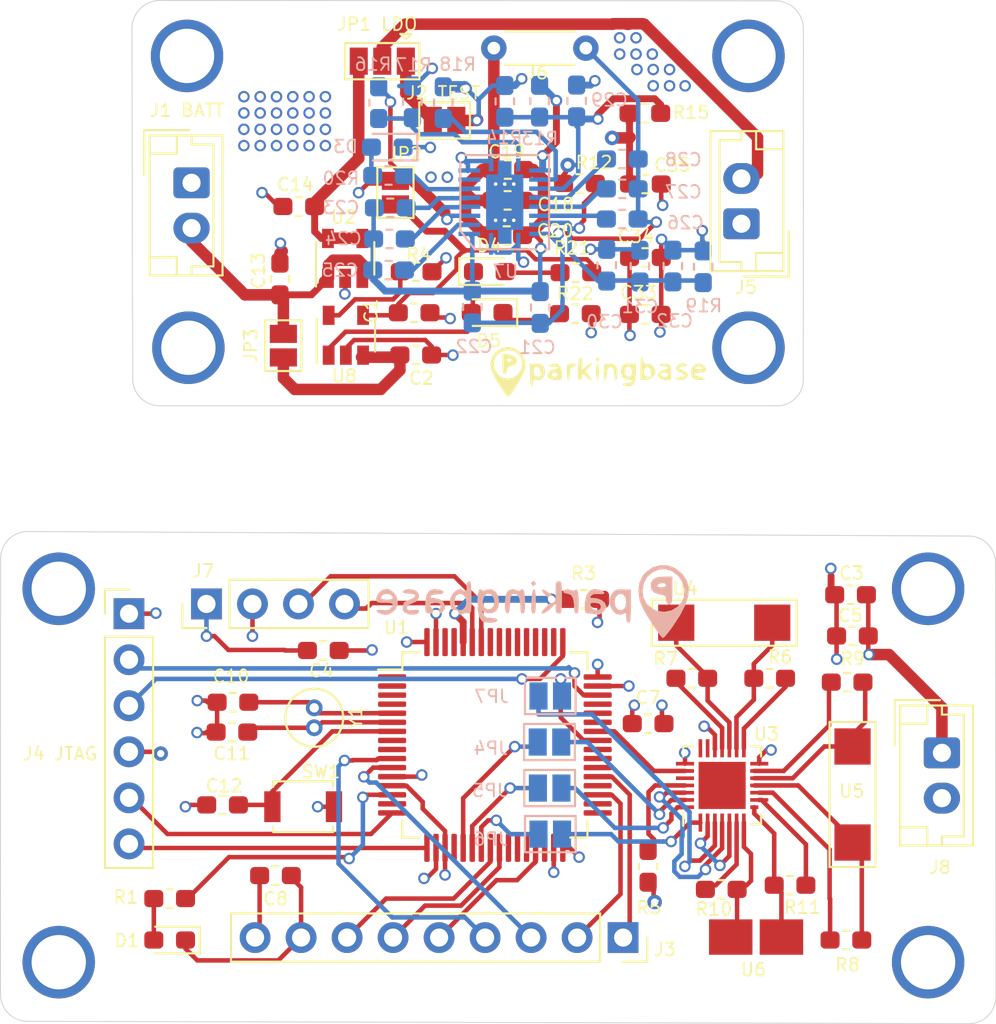
<source format=kicad_pcb>
(kicad_pcb (version 20171130) (host pcbnew 5.1.5+dfsg1-2build2)
  (layers (0 F.Cu power) (1 In1.Cu signal hide) (2 In2.Cu signal hide) (31 B.Cu power) (34 B.Paste user hide) (35 F.Paste user hide) (36 B.SilkS user) (37 F.SilkS user) (38 B.Mask user hide) (39 F.Mask user hide) (44 Edge.Cuts user))
  (net 0 "")
  (net 1 "Net-(C1-Pad2)")
  (net 2 GND)
  (net 3 /STM32SUPPLY)
  (net 4 "Net-(C10-Pad1)")
  (net 5 "Net-(C11-Pad1)")
  (net 6 "Net-(C12-Pad1)")
  (net 7 "Net-(C18-Pad2)")
  (net 8 "Net-(C18-Pad1)")
  (net 9 "Net-(C21-Pad2)")
  (net 10 "Net-(C23-Pad1)")
  (net 11 "Net-(C24-Pad1)")
  (net 12 "Net-(C25-Pad1)")
  (net 13 "Net-(C26-Pad1)")
  (net 14 "Net-(C27-Pad1)")
  (net 15 "Net-(C28-Pad1)")
  (net 16 "Net-(C29-Pad1)")
  (net 17 /VRECT)
  (net 18 "Net-(D1-Pad2)")
  (net 19 "Net-(D3-Pad2)")
  (net 20 +BATT)
  (net 21 +3V3)
  (net 22 /LoRaEN)
  (net 23 /LoRaIRQ)
  (net 24 /SPI2_SCK)
  (net 25 /SPI2_MISO)
  (net 26 /SPI2_MOSI)
  (net 27 /SPI2_SSN)
  (net 28 /LoRaRST)
  (net 29 /USART_RX)
  (net 30 /USART_TX)
  (net 31 /SWD_SWCLK)
  (net 32 /SWD_SWDIO)
  (net 33 /I2C1_SDA)
  (net 34 /I2C1_SCL)
  (net 35 /USER_LED1)
  (net 36 "Net-(R3-Pad1)")
  (net 37 "Net-(R5-Pad1)")
  (net 38 "Net-(R6-Pad2)")
  (net 39 "Net-(R6-Pad1)")
  (net 40 "Net-(R7-Pad2)")
  (net 41 "Net-(R7-Pad1)")
  (net 42 "Net-(R8-Pad2)")
  (net 43 "Net-(R8-Pad1)")
  (net 44 "Net-(R9-Pad2)")
  (net 45 "Net-(R9-Pad1)")
  (net 46 "Net-(R10-Pad2)")
  (net 47 "Net-(R10-Pad1)")
  (net 48 "Net-(R11-Pad2)")
  (net 49 "Net-(R11-Pad1)")
  (net 50 "Net-(R13-Pad1)")
  (net 51 "Net-(R16-Pad2)")
  (net 52 +5V)
  (net 53 "Net-(R18-Pad1)")
  (net 54 /CHG_LED)
  (net 55 "Net-(U1-Pad62)")
  (net 56 "Net-(U1-Pad61)")
  (net 57 "Net-(U1-Pad57)")
  (net 58 "Net-(U1-Pad56)")
  (net 59 "Net-(U1-Pad55)")
  (net 60 "Net-(U1-Pad54)")
  (net 61 "Net-(U1-Pad51)")
  (net 62 "Net-(U1-Pad50)")
  (net 63 "Net-(U1-Pad45)")
  (net 64 "Net-(U1-Pad44)")
  (net 65 "Net-(U1-Pad43)")
  (net 66 /MAG_RDY)
  (net 67 /SPI1_SSN)
  (net 68 "Net-(U1-Pad40)")
  (net 69 "Net-(U1-Pad39)")
  (net 70 "Net-(U1-Pad38)")
  (net 71 /LoRa_RESET)
  (net 72 "Net-(U1-Pad33)")
  (net 73 "Net-(U1-Pad30)")
  (net 74 "Net-(U1-Pad28)")
  (net 75 "Net-(U1-Pad27)")
  (net 76 "Net-(U1-Pad26)")
  (net 77 /SPI1_MOSI)
  (net 78 /SPI1_MISO)
  (net 79 /SPI1_SCK)
  (net 80 "Net-(U1-Pad20)")
  (net 81 "Net-(U1-Pad15)")
  (net 82 "Net-(U1-Pad9)")
  (net 83 "Net-(U1-Pad8)")
  (net 84 "Net-(U1-Pad4)")
  (net 85 "Net-(U1-Pad3)")
  (net 86 "Net-(U1-Pad2)")
  (net 87 "Net-(U1-Pad1)")
  (net 88 "Net-(U3-Pad24)")
  (net 89 "Net-(U3-Pad21)")
  (net 90 "Net-(U3-Pad20)")
  (net 91 "Net-(U7-Pad8)")
  (net 92 "Net-(C2-Pad1)")
  (net 93 /LP2985_Output)
  (net 94 "Net-(D4-Pad2)")
  (net 95 "Net-(D4-Pad1)")
  (net 96 "Net-(D5-Pad1)")
  (net 97 "Net-(R4-Pad2)")
  (net 98 "Net-(JP4-Pad1)")
  (net 99 "Net-(JP5-Pad1)")
  (net 100 "Net-(JP6-Pad1)")
  (net 101 "Net-(JP7-Pad1)")
  (net 102 "Net-(U1-Pad34)")
  (net 103 "Net-(U1-Pad53)")
  (net 104 "Net-(U1-Pad52)")
  (net 105 GNDD)
  (net 106 /STM32SUPPLY_SRC)
  (module parkingbase_logo:parkingbase_logo_micro (layer F.Cu) (at 122.75 44.38)
    (fp_text reference G*** hide)
    (fp_text value LOGO hide)
  )
  (module parkingbase_logo:parkingbase_logo_mini (layer B.Cu) (at 119 57 180)
    (fp_text reference G*** hide)
    (fp_text value LOGO hide)
  )
  (module Connector_JST:JST_EH_B2B-EH-A_1x02_P2.50mm_Vertical (layer F.Cu) (at 141.68 65.45 270)
    (fp_text reference J8 (at 6.32 0.11 180) (layer F.SilkS) (effects (font (size 0.7 0.7) (thickness 0.1))))
    (fp_text value Conn_01x02_Female)
    (pad 1 thru_hole roundrect (at 0 0 270) (size 1.7 2) (drill 1) (layers *.Cu *.Mask) (roundrect_rratio 0.147059) (net 105 GNDD))
    (pad 2 thru_hole oval (at 2.5 0 270) (size 1.7 2) (drill 1) (layers *.Cu *.Mask) (net 3 /STM32SUPPLY))
  )
  (module Connector_JST:JST_EH_B2B-EH-A_1x02_P2.50mm_Vertical (layer F.Cu) (at 130.61 36.26 90)
    (fp_text reference J5 (at -3.51 0.26 180) (layer F.SilkS) (effects (font (size 0.7 0.7) (thickness 0.1))))
    (fp_text value Conn_01x02_Female)
    (pad 2 thru_hole oval (at 2.5 0 90) (size 1.7 2) (drill 1) (layers *.Cu *.Mask) (net 106 /STM32SUPPLY_SRC))
    (pad 1 thru_hole roundrect (at 0 0 90) (size 1.7 2) (drill 1) (layers *.Cu *.Mask) (roundrect_rratio 0.147059) (net 2 GND))
  )
  (module Jumper:SolderJumper-2_P1.3mm_Open_Pad1.0x1.5mm (layer B.Cu) (at 120.012 64.854)
    (fp_text reference JP4 (at -3.242 0.346) (layer B.SilkS) (effects (font (size 0.7 0.7) (thickness 0.1)) (justify mirror)))
    (fp_text value Jumper_NC_Small)
    (pad 2 smd rect (at 0.65 0) (size 1 1.5) (layers B.Cu B.Mask) (net 79 /SPI1_SCK))
    (pad 1 smd rect (at -0.65 0) (size 1 1.5) (layers B.Cu B.Mask) (net 98 "Net-(JP4-Pad1)"))
  )
  (module Jumper:SolderJumper-2_P1.3mm_Open_Pad1.0x1.5mm (layer B.Cu) (at 120.023001 67.394)
    (fp_text reference JP5 (at -3.333001 0.136) (layer B.SilkS) (effects (font (size 0.7 0.7) (thickness 0.1)) (justify mirror)))
    (fp_text value Jumper_NC_Small)
    (pad 2 smd rect (at 0.65 0) (size 1 1.5) (layers B.Cu B.Mask) (net 78 /SPI1_MISO))
    (pad 1 smd rect (at -0.65 0) (size 1 1.5) (layers B.Cu B.Mask) (net 99 "Net-(JP5-Pad1)"))
  )
  (module Jumper:SolderJumper-2_P1.3mm_Open_Pad1.0x1.5mm (layer B.Cu) (at 120.055001 69.934)
    (fp_text reference JP6 (at -3.305001 0.276) (layer B.SilkS) (effects (font (size 0.7 0.7) (thickness 0.1)) (justify mirror)))
    (fp_text value Jumper_NC_Small)
    (pad 2 smd rect (at 0.65 0) (size 1 1.5) (layers B.Cu B.Mask) (net 77 /SPI1_MOSI))
    (pad 1 smd rect (at -0.65 0) (size 1 1.5) (layers B.Cu B.Mask) (net 100 "Net-(JP6-Pad1)"))
  )
  (module Jumper:SolderJumper-2_P1.3mm_Open_Pad1.0x1.5mm (layer B.Cu) (at 120.055001 62.314 180)
    (fp_text reference JP7 (at 3.245001 -0.026) (layer B.SilkS) (effects (font (size 0.7 0.7) (thickness 0.1)) (justify mirror)))
    (fp_text value Jumper_NC_Small)
    (pad 2 smd rect (at 0.65 0 180) (size 1 1.5) (layers B.Cu B.Mask) (net 67 /SPI1_SSN))
    (pad 1 smd rect (at -0.65 0 180) (size 1 1.5) (layers B.Cu B.Mask) (net 101 "Net-(JP7-Pad1)"))
  )
  (module Package_QFP:LQFP-64_10x10mm_P0.5mm (layer F.Cu) (at 116.99726 65.01454)
    (fp_text reference U1 (at -5.43726 -6.47454) (layer F.SilkS) (effects (font (size 0.7 0.7) (thickness 0.1))))
    (fp_text value STM32L053R8Tx)
    (pad 1 smd roundrect (at -5.675 -3.75) (size 1.55 0.3) (layers F.Cu F.Paste F.Mask) (net 87 "Net-(U1-Pad1)"))
    (pad 2 smd roundrect (at -5.675 -3.25) (size 1.55 0.3) (layers F.Cu F.Paste F.Mask) (net 86 "Net-(U1-Pad2)"))
    (pad 3 smd roundrect (at -5.675 -2.75) (size 1.55 0.3) (layers F.Cu F.Paste F.Mask) (net 85 "Net-(U1-Pad3)"))
    (pad 4 smd roundrect (at -5.675 -2.25) (size 1.55 0.3) (layers F.Cu F.Paste F.Mask) (net 84 "Net-(U1-Pad4)"))
    (pad 5 smd roundrect (at -5.675 -1.75) (size 1.55 0.3) (layers F.Cu F.Paste F.Mask) (net 4 "Net-(C10-Pad1)"))
    (pad 6 smd roundrect (at -5.675 -1.25) (size 1.55 0.3) (layers F.Cu F.Paste F.Mask) (net 5 "Net-(C11-Pad1)"))
    (pad 7 smd roundrect (at -5.675 -0.75) (size 1.55 0.3) (layers F.Cu F.Paste F.Mask) (net 6 "Net-(C12-Pad1)"))
    (pad 8 smd roundrect (at -5.675 -0.25) (size 1.55 0.3) (layers F.Cu F.Paste F.Mask) (net 83 "Net-(U1-Pad8)"))
    (pad 9 smd roundrect (at -5.675 0.25) (size 1.55 0.3) (layers F.Cu F.Paste F.Mask) (net 82 "Net-(U1-Pad9)"))
    (pad 10 smd roundrect (at -5.675 0.75) (size 1.55 0.3) (layers F.Cu F.Paste F.Mask) (net 25 /SPI2_MISO))
    (pad 11 smd roundrect (at -5.675 1.25) (size 1.55 0.3) (layers F.Cu F.Paste F.Mask) (net 26 /SPI2_MOSI))
    (pad 12 smd roundrect (at -5.675 1.75) (size 1.55 0.3) (layers F.Cu F.Paste F.Mask) (net 105 GNDD))
    (pad 13 smd roundrect (at -5.675 2.25) (size 1.55 0.3) (layers F.Cu F.Paste F.Mask) (net 3 /STM32SUPPLY))
    (pad 14 smd roundrect (at -5.675 2.75) (size 1.55 0.3) (layers F.Cu F.Paste F.Mask) (net 35 /USER_LED1))
    (pad 15 smd roundrect (at -5.675 3.25) (size 1.55 0.3) (layers F.Cu F.Paste F.Mask) (net 81 "Net-(U1-Pad15)"))
    (pad 16 smd roundrect (at -5.675 3.75) (size 1.55 0.3) (layers F.Cu F.Paste F.Mask) (net 30 /USART_TX))
    (pad 17 smd roundrect (at -3.75 5.675) (size 0.3 1.55) (layers F.Cu F.Paste F.Mask) (net 29 /USART_RX))
    (pad 18 smd roundrect (at -3.25 5.675) (size 0.3 1.55) (layers F.Cu F.Paste F.Mask) (net 105 GNDD))
    (pad 19 smd roundrect (at -2.75 5.675) (size 0.3 1.55) (layers F.Cu F.Paste F.Mask) (net 3 /STM32SUPPLY))
    (pad 20 smd roundrect (at -2.25 5.675) (size 0.3 1.55) (layers F.Cu F.Paste F.Mask) (net 80 "Net-(U1-Pad20)"))
    (pad 21 smd roundrect (at -1.75 5.675) (size 0.3 1.55) (layers F.Cu F.Paste F.Mask) (net 98 "Net-(JP4-Pad1)"))
    (pad 22 smd roundrect (at -1.25 5.675) (size 0.3 1.55) (layers F.Cu F.Paste F.Mask) (net 99 "Net-(JP5-Pad1)"))
    (pad 23 smd roundrect (at -0.75 5.675) (size 0.3 1.55) (layers F.Cu F.Paste F.Mask) (net 100 "Net-(JP6-Pad1)"))
    (pad 24 smd roundrect (at -0.25 5.675) (size 0.3 1.55) (layers F.Cu F.Paste F.Mask) (net 22 /LoRaEN))
    (pad 25 smd roundrect (at 0.25 5.675) (size 0.3 1.55) (layers F.Cu F.Paste F.Mask) (net 23 /LoRaIRQ))
    (pad 26 smd roundrect (at 0.75 5.675) (size 0.3 1.55) (layers F.Cu F.Paste F.Mask) (net 76 "Net-(U1-Pad26)"))
    (pad 27 smd roundrect (at 1.25 5.675) (size 0.3 1.55) (layers F.Cu F.Paste F.Mask) (net 75 "Net-(U1-Pad27)"))
    (pad 28 smd roundrect (at 1.75 5.675) (size 0.3 1.55) (layers F.Cu F.Paste F.Mask) (net 74 "Net-(U1-Pad28)"))
    (pad 29 smd roundrect (at 2.25 5.675) (size 0.3 1.55) (layers F.Cu F.Paste F.Mask) (net 24 /SPI2_SCK))
    (pad 30 smd roundrect (at 2.75 5.675) (size 0.3 1.55) (layers F.Cu F.Paste F.Mask) (net 73 "Net-(U1-Pad30)"))
    (pad 31 smd roundrect (at 3.25 5.675) (size 0.3 1.55) (layers F.Cu F.Paste F.Mask) (net 105 GNDD))
    (pad 32 smd roundrect (at 3.75 5.675) (size 0.3 1.55) (layers F.Cu F.Paste F.Mask) (net 3 /STM32SUPPLY))
    (pad 33 smd roundrect (at 5.675 3.75) (size 1.55 0.3) (layers F.Cu F.Paste F.Mask) (net 72 "Net-(U1-Pad33)"))
    (pad 34 smd roundrect (at 5.675 3.25) (size 1.55 0.3) (layers F.Cu F.Paste F.Mask) (net 102 "Net-(U1-Pad34)"))
    (pad 35 smd roundrect (at 5.675 2.75) (size 1.55 0.3) (layers F.Cu F.Paste F.Mask) (net 27 /SPI2_SSN))
    (pad 36 smd roundrect (at 5.675 2.25) (size 1.55 0.3) (layers F.Cu F.Paste F.Mask) (net 71 /LoRa_RESET))
    (pad 37 smd roundrect (at 5.675 1.75) (size 1.55 0.3) (layers F.Cu F.Paste F.Mask) (net 28 /LoRaRST))
    (pad 38 smd roundrect (at 5.675 1.25) (size 1.55 0.3) (layers F.Cu F.Paste F.Mask) (net 70 "Net-(U1-Pad38)"))
    (pad 39 smd roundrect (at 5.675 0.75) (size 1.55 0.3) (layers F.Cu F.Paste F.Mask) (net 69 "Net-(U1-Pad39)"))
    (pad 40 smd roundrect (at 5.675 0.25) (size 1.55 0.3) (layers F.Cu F.Paste F.Mask) (net 68 "Net-(U1-Pad40)"))
    (pad 41 smd roundrect (at 5.675 -0.25) (size 1.55 0.3) (layers F.Cu F.Paste F.Mask) (net 101 "Net-(JP7-Pad1)"))
    (pad 42 smd roundrect (at 5.675 -0.75) (size 1.55 0.3) (layers F.Cu F.Paste F.Mask) (net 66 /MAG_RDY))
    (pad 43 smd roundrect (at 5.675 -1.25) (size 1.55 0.3) (layers F.Cu F.Paste F.Mask) (net 65 "Net-(U1-Pad43)"))
    (pad 44 smd roundrect (at 5.675 -1.75) (size 1.55 0.3) (layers F.Cu F.Paste F.Mask) (net 64 "Net-(U1-Pad44)"))
    (pad 45 smd roundrect (at 5.675 -2.25) (size 1.55 0.3) (layers F.Cu F.Paste F.Mask) (net 63 "Net-(U1-Pad45)"))
    (pad 46 smd roundrect (at 5.675 -2.75) (size 1.55 0.3) (layers F.Cu F.Paste F.Mask) (net 32 /SWD_SWDIO))
    (pad 47 smd roundrect (at 5.675 -3.25) (size 1.55 0.3) (layers F.Cu F.Paste F.Mask) (net 105 GNDD))
    (pad 48 smd roundrect (at 5.675 -3.75) (size 1.55 0.3) (layers F.Cu F.Paste F.Mask) (net 3 /STM32SUPPLY))
    (pad 49 smd roundrect (at 3.75 -5.675) (size 0.3 1.55) (layers F.Cu F.Paste F.Mask) (net 31 /SWD_SWCLK))
    (pad 50 smd roundrect (at 3.25 -5.675) (size 0.3 1.55) (layers F.Cu F.Paste F.Mask) (net 62 "Net-(U1-Pad50)"))
    (pad 51 smd roundrect (at 2.75 -5.675) (size 0.3 1.55) (layers F.Cu F.Paste F.Mask) (net 61 "Net-(U1-Pad51)"))
    (pad 52 smd roundrect (at 2.25 -5.675) (size 0.3 1.55) (layers F.Cu F.Paste F.Mask) (net 104 "Net-(U1-Pad52)"))
    (pad 53 smd roundrect (at 1.75 -5.675) (size 0.3 1.55) (layers F.Cu F.Paste F.Mask) (net 103 "Net-(U1-Pad53)"))
    (pad 54 smd roundrect (at 1.25 -5.675) (size 0.3 1.55) (layers F.Cu F.Paste F.Mask) (net 60 "Net-(U1-Pad54)"))
    (pad 55 smd roundrect (at 0.75 -5.675) (size 0.3 1.55) (layers F.Cu F.Paste F.Mask) (net 59 "Net-(U1-Pad55)"))
    (pad 56 smd roundrect (at 0.25 -5.675) (size 0.3 1.55) (layers F.Cu F.Paste F.Mask) (net 58 "Net-(U1-Pad56)"))
    (pad 57 smd roundrect (at -0.25 -5.675) (size 0.3 1.55) (layers F.Cu F.Paste F.Mask) (net 57 "Net-(U1-Pad57)"))
    (pad 58 smd roundrect (at -0.75 -5.675) (size 0.3 1.55) (layers F.Cu F.Paste F.Mask) (net 34 /I2C1_SCL))
    (pad 59 smd roundrect (at -1.25 -5.675) (size 0.3 1.55) (layers F.Cu F.Paste F.Mask) (net 33 /I2C1_SDA))
    (pad 60 smd roundrect (at -1.75 -5.675) (size 0.3 1.55) (layers F.Cu F.Paste F.Mask) (net 36 "Net-(R3-Pad1)"))
    (pad 61 smd roundrect (at -2.25 -5.675) (size 0.3 1.55) (layers F.Cu F.Paste F.Mask) (net 56 "Net-(U1-Pad61)"))
    (pad 62 smd roundrect (at -2.75 -5.675) (size 0.3 1.55) (layers F.Cu F.Paste F.Mask) (net 55 "Net-(U1-Pad62)"))
    (pad 63 smd roundrect (at -3.25 -5.675) (size 0.3 1.55) (layers F.Cu F.Paste F.Mask) (net 105 GNDD))
    (pad 64 smd roundrect (at -3.75 -5.675) (size 0.3 1.55) (layers F.Cu F.Paste F.Mask) (net 3 /STM32SUPPLY))
  )
  (module Resistor_THT:R_Axial_DIN0204_L3.6mm_D1.6mm_P5.08mm_Horizontal (layer F.Cu) (at 122.02 26.57 180)
    (fp_text reference J6 (at 2.69 -1.36) (layer F.SilkS) (effects (font (size 0.7 0.7) (thickness 0.1))))
    (fp_text value Coil)
    (pad 2 thru_hole oval (at 5.08 0 180) (size 1.4 1.4) (drill 0.7) (layers *.Cu *.Mask) (net 7 "Net-(C18-Pad2)"))
    (pad 1 thru_hole circle (at 0 0 180) (size 1.4 1.4) (drill 0.7) (layers *.Cu *.Mask) (net 9 "Net-(C21-Pad2)"))
  )
  (module Button_Switch_SMD:SW_SPST_B3U-1000P (layer F.Cu) (at 106.41204 68.42164 180)
    (fp_text reference SW1 (at -0.98796 1.93164) (layer F.SilkS) (effects (font (size 0.7 0.7) (thickness 0.1))))
    (fp_text value SW_Push)
    (pad 1 smd rect (at -1.7 0 180) (size 0.9 1.7) (layers F.Cu F.Paste F.Mask) (net 105 GNDD))
    (pad 2 smd rect (at 1.7 0 180) (size 0.9 1.7) (layers F.Cu F.Paste F.Mask) (net 6 "Net-(C12-Pad1)"))
  )
  (module Jumper:SolderJumper-2_P1.3mm_Open_Pad1.0x1.5mm (layer F.Cu) (at 105.32 42.986 90)
    (fp_text reference JP3 (at 0 -1.8 90) (layer F.SilkS) (effects (font (size 0.7 0.7) (thickness 0.1))))
    (fp_text value Jumper)
    (pad 1 smd rect (at -0.65 0 90) (size 1 1.5) (layers F.Cu F.Mask) (net 92 "Net-(C2-Pad1)"))
    (pad 2 smd rect (at 0.65 0 90) (size 1 1.5) (layers F.Cu F.Mask) (net 20 +BATT))
  )
  (module Jumper:SolderJumper-2_P1.3mm_Open_Pad1.0x1.5mm (layer F.Cu) (at 111.506 34.544 270)
    (fp_text reference JP2 (at -2.144 -0.534 180) (layer F.SilkS) (effects (font (size 0.7 0.7) (thickness 0.1))))
    (fp_text value Jumper)
    (pad 1 smd rect (at -0.65 0 270) (size 1 1.5) (layers F.Cu F.Mask) (net 52 +5V))
    (pad 2 smd rect (at 0.65 0 270) (size 1 1.5) (layers F.Cu F.Mask) (net 1 "Net-(C1-Pad2)"))
  )
  (module Jumper:SolderJumper-3_P1.3mm_Open_Pad1.0x1.5mm (layer F.Cu) (at 110.78 27.29 180)
    (fp_text reference "JP1 LDO" (at 0.28 2.04) (layer F.SilkS) (effects (font (size 0.7 0.7) (thickness 0.1))))
    (fp_text value Jumper_3_Open)
    (pad 1 smd rect (at -1.3 0 180) (size 1 1.5) (layers F.Cu F.Mask) (net 21 +3V3))
    (pad 2 smd rect (at 0 0 180) (size 1 1.5) (layers F.Cu F.Mask) (net 106 /STM32SUPPLY_SRC))
    (pad 3 smd rect (at 1.3 0 180) (size 1 1.5) (layers F.Cu F.Mask) (net 93 /LP2985_Output))
  )
  (module ECS-80-18-10X:XTAL_ECS-80-18-10X (layer F.Cu) (at 107.02214 63.51622 270)
    (fp_text reference Y1 (at -0.020053 -2.288244 90) (layer F.SilkS) (effects (font (size 0.7 0.7) (thickness 0.1))))
    (fp_text value 8MHz)
    (pad 2 thru_hole circle (at 0.55 0 270) (size 0.92 0.92) (drill 0.52) (layers *.Cu *.Mask) (net 5 "Net-(C11-Pad1)"))
    (pad 1 thru_hole circle (at -0.55 0 270) (size 0.92 0.92) (drill 0.52) (layers *.Cu *.Mask) (net 4 "Net-(C10-Pad1)"))
  )
  (module Resistor_SMD:R_0603_1608Metric_Pad1.05x0.95mm_HandSolder (layer F.Cu) (at 121.44 41.22)
    (fp_text reference R22 (at -0.01 -1.11) (layer F.SilkS) (effects (font (size 0.7 0.7) (thickness 0.1))))
    (fp_text value 1K)
    (pad 2 smd roundrect (at 0.875 0) (size 1.05 0.95) (layers F.Cu F.Paste F.Mask) (net 2 GND))
    (pad 1 smd roundrect (at -0.875 0) (size 1.05 0.95) (layers F.Cu F.Paste F.Mask) (net 96 "Net-(D5-Pad1)"))
  )
  (module Resistor_SMD:R_0603_1608Metric_Pad1.05x0.95mm_HandSolder (layer F.Cu) (at 121.47 38.96)
    (fp_text reference R21 (at -0.21 -1.36) (layer F.SilkS) (effects (font (size 0.7 0.7) (thickness 0.1))))
    (fp_text value 1K)
    (pad 2 smd roundrect (at 0.875 0) (size 1.05 0.95) (layers F.Cu F.Paste F.Mask) (net 1 "Net-(C1-Pad2)"))
    (pad 1 smd roundrect (at -0.875 0) (size 1.05 0.95) (layers F.Cu F.Paste F.Mask) (net 94 "Net-(D4-Pad2)"))
  )
  (module Resistor_SMD:R_0603_1608Metric_Pad1.05x0.95mm_HandSolder (layer B.Cu) (at 111.12604 33.59748 180)
    (fp_text reference R20 (at 2.62604 -0.15252) (layer B.SilkS) (effects (font (size 0.7 0.7) (thickness 0.1)) (justify mirror)))
    (fp_text value R_Small)
    (pad 2 smd roundrect (at 0.875 0 180) (size 1.05 0.95) (layers B.Cu B.Paste B.Mask) (net 19 "Net-(D3-Pad2)"))
    (pad 1 smd roundrect (at -0.875 0 180) (size 1.05 0.95) (layers B.Cu B.Paste B.Mask) (net 54 /CHG_LED))
  )
  (module Resistor_SMD:R_0603_1608Metric_Pad1.05x0.95mm_HandSolder (layer B.Cu) (at 128.49868 38.63224 90)
    (fp_text reference R19 (at -2.14776 0.03132) (layer B.SilkS) (effects (font (size 0.7 0.7) (thickness 0.1)) (justify mirror)))
    (fp_text value 3K3)
    (pad 2 smd roundrect (at 0.875 0 90) (size 1.05 0.95) (layers B.Cu B.Paste B.Mask) (net 2 GND))
    (pad 1 smd roundrect (at -0.875 0 90) (size 1.05 0.95) (layers B.Cu B.Paste B.Mask) (net 17 /VRECT))
  )
  (module Resistor_SMD:R_0603_1608Metric_Pad1.05x0.95mm_HandSolder (layer B.Cu) (at 114.14864 29.5792 90)
    (fp_text reference R18 (at 2.1192 0.79136) (layer B.SilkS) (effects (font (size 0.7 0.7) (thickness 0.1)) (justify mirror)))
    (fp_text value 10k)
    (pad 2 smd roundrect (at 0.875 0 90) (size 1.05 0.95) (layers B.Cu B.Paste B.Mask) (net 2 GND))
    (pad 1 smd roundrect (at -0.875 0 90) (size 1.05 0.95) (layers B.Cu B.Paste B.Mask) (net 53 "Net-(R18-Pad1)"))
  )
  (module Resistor_SMD:R_0603_1608Metric_Pad1.05x0.95mm_HandSolder (layer B.Cu) (at 112.44176 29.53348 90)
    (fp_text reference R17 (at 2.03348 0.05824 180) (layer B.SilkS) (effects (font (size 0.7 0.7) (thickness 0.1)) (justify mirror)))
    (fp_text value NC/10k)
    (pad 2 smd roundrect (at 0.875 0 90) (size 1.05 0.95) (layers B.Cu B.Paste B.Mask) (net 2 GND))
    (pad 1 smd roundrect (at -0.875 0 90) (size 1.05 0.95) (layers B.Cu B.Paste B.Mask) (net 51 "Net-(R16-Pad2)"))
  )
  (module Resistor_SMD:R_0603_1608Metric_Pad1.05x0.95mm_HandSolder (layer B.Cu) (at 110.58248 29.5792 270)
    (fp_text reference R16 (at -2.1192 0.31248 180) (layer B.SilkS) (effects (font (size 0.7 0.7) (thickness 0.1)) (justify mirror)))
    (fp_text value 10k)
    (pad 2 smd roundrect (at 0.875 0 270) (size 1.05 0.95) (layers B.Cu B.Paste B.Mask) (net 51 "Net-(R16-Pad2)"))
    (pad 1 smd roundrect (at -0.875 0 270) (size 1.05 0.95) (layers B.Cu B.Paste B.Mask) (net 52 +5V))
  )
  (module Resistor_SMD:R_0603_1608Metric_Pad1.05x0.95mm_HandSolder (layer F.Cu) (at 125.2772 30.1672 180)
    (fp_text reference R15 (at -2.5528 0.0472) (layer F.SilkS) (effects (font (size 0.7 0.7) (thickness 0.1))))
    (fp_text value NC)
    (pad 2 smd roundrect (at 0.875 0 180) (size 1.05 0.95) (layers F.Cu F.Paste F.Mask) (net 52 +5V))
    (pad 1 smd roundrect (at -0.875 0 180) (size 1.05 0.95) (layers F.Cu F.Paste F.Mask) (net 16 "Net-(C29-Pad1)"))
  )
  (module Resistor_SMD:R_0603_1608Metric_Pad1.05x0.95mm_HandSolder (layer B.Cu) (at 117.54716 29.50808 90)
    (fp_text reference R14 (at -1.99192 -0.04716 180) (layer B.SilkS) (effects (font (size 0.7 0.7) (thickness 0.1)) (justify mirror)))
    (fp_text value 180R)
    (pad 2 smd roundrect (at 0.875 0 90) (size 1.05 0.95) (layers B.Cu B.Paste B.Mask) (net 2 GND))
    (pad 1 smd roundrect (at -0.875 0 90) (size 1.05 0.95) (layers B.Cu B.Paste B.Mask) (net 16 "Net-(C29-Pad1)"))
  )
  (module Resistor_SMD:R_0603_1608Metric_Pad1.05x0.95mm_HandSolder (layer B.Cu) (at 119.4674 29.49792 270)
    (fp_text reference R13 (at 2.06208 -0.0126 180) (layer B.SilkS) (effects (font (size 0.7 0.7) (thickness 0.1)) (justify mirror)))
    (fp_text value 62R)
    (pad 2 smd roundrect (at 0.875 0 270) (size 1.05 0.95) (layers B.Cu B.Paste B.Mask) (net 16 "Net-(C29-Pad1)"))
    (pad 1 smd roundrect (at -0.875 0 270) (size 1.05 0.95) (layers B.Cu B.Paste B.Mask) (net 50 "Net-(R13-Pad1)"))
  )
  (module Resistor_SMD:R_0603_1608Metric_Pad1.05x0.95mm_HandSolder (layer F.Cu) (at 121.666 34.036 180)
    (fp_text reference R12 (at -0.804 1.156) (layer F.SilkS) (effects (font (size 0.7 0.7) (thickness 0.1))))
    (fp_text value NC)
    (pad 2 smd roundrect (at 0.875 0 180) (size 1.05 0.95) (layers F.Cu F.Paste F.Mask) (net 16 "Net-(C29-Pad1)"))
    (pad 1 smd roundrect (at -0.875 0 180) (size 1.05 0.95) (layers F.Cu F.Paste F.Mask) (net 17 /VRECT))
  )
  (module Resistor_SMD:R_0603_1608Metric_Pad1.05x0.95mm_HandSolder (layer F.Cu) (at 133.29468 72.75304)
    (fp_text reference R11 (at 0.67532 1.21696) (layer F.SilkS) (effects (font (size 0.7 0.7) (thickness 0.1))))
    (fp_text value 121)
    (pad 1 smd roundrect (at -0.875 0) (size 1.05 0.95) (layers F.Cu F.Paste F.Mask) (net 49 "Net-(R11-Pad1)"))
    (pad 2 smd roundrect (at 0.875 0) (size 1.05 0.95) (layers F.Cu F.Paste F.Mask) (net 48 "Net-(R11-Pad2)"))
  )
  (module Resistor_SMD:R_0603_1608Metric_Pad1.05x0.95mm_HandSolder (layer F.Cu) (at 129.49468 72.982 180)
    (fp_text reference R10 (at 0.40468 -1.088) (layer F.SilkS) (effects (font (size 0.7 0.7) (thickness 0.1))))
    (fp_text value 121)
    (pad 1 smd roundrect (at -0.875 0 180) (size 1.05 0.95) (layers F.Cu F.Paste F.Mask) (net 47 "Net-(R10-Pad1)"))
    (pad 2 smd roundrect (at 0.875 0 180) (size 1.05 0.95) (layers F.Cu F.Paste F.Mask) (net 46 "Net-(R10-Pad2)"))
  )
  (module Resistor_SMD:R_0603_1608Metric_Pad1.05x0.95mm_HandSolder (layer F.Cu) (at 136.4441 61.54882 180)
    (fp_text reference R9 (at -0.3059 1.29882) (layer F.SilkS) (effects (font (size 0.7 0.7) (thickness 0.1))))
    (fp_text value 121)
    (pad 1 smd roundrect (at -0.875 0 180) (size 1.05 0.95) (layers F.Cu F.Paste F.Mask) (net 45 "Net-(R9-Pad1)"))
    (pad 2 smd roundrect (at 0.875 0 180) (size 1.05 0.95) (layers F.Cu F.Paste F.Mask) (net 44 "Net-(R9-Pad2)"))
  )
  (module Resistor_SMD:R_0603_1608Metric_Pad1.05x0.95mm_HandSolder (layer F.Cu) (at 136.38 75.776 180)
    (fp_text reference R8 (at -0.09 -1.364) (layer F.SilkS) (effects (font (size 0.7 0.7) (thickness 0.1))))
    (fp_text value 121)
    (pad 1 smd roundrect (at -0.875 0 180) (size 1.05 0.95) (layers F.Cu F.Paste F.Mask) (net 43 "Net-(R8-Pad1)"))
    (pad 2 smd roundrect (at 0.875 0 180) (size 1.05 0.95) (layers F.Cu F.Paste F.Mask) (net 42 "Net-(R8-Pad2)"))
  )
  (module Resistor_SMD:R_0603_1608Metric_Pad1.05x0.95mm_HandSolder (layer F.Cu) (at 127.8695 61.33622 180)
    (fp_text reference R7 (at 1.4395 1.07622) (layer F.SilkS) (effects (font (size 0.7 0.7) (thickness 0.1))))
    (fp_text value 121)
    (pad 1 smd roundrect (at -0.875 0 180) (size 1.05 0.95) (layers F.Cu F.Paste F.Mask) (net 41 "Net-(R7-Pad1)"))
    (pad 2 smd roundrect (at 0.875 0 180) (size 1.05 0.95) (layers F.Cu F.Paste F.Mask) (net 40 "Net-(R7-Pad2)"))
  )
  (module Resistor_SMD:R_0603_1608Metric_Pad1.05x0.95mm_HandSolder (layer F.Cu) (at 132.1695 61.33622)
    (fp_text reference R6 (at 0.5705 -1.17622) (layer F.SilkS) (effects (font (size 0.7 0.7) (thickness 0.1))))
    (fp_text value 121)
    (pad 1 smd roundrect (at -0.875 0) (size 1.05 0.95) (layers F.Cu F.Paste F.Mask) (net 39 "Net-(R6-Pad1)"))
    (pad 2 smd roundrect (at 0.875 0) (size 1.05 0.95) (layers F.Cu F.Paste F.Mask) (net 38 "Net-(R6-Pad2)"))
  )
  (module Resistor_SMD:R_0603_1608Metric_Pad1.05x0.95mm_HandSolder (layer F.Cu) (at 125.458 71.712 270)
    (fp_text reference R5 (at 2.288 -0.042 180) (layer F.SilkS) (effects (font (size 0.7 0.7) (thickness 0.1))))
    (fp_text value 33k)
    (pad 1 smd roundrect (at -0.875 0 270) (size 1.05 0.95) (layers F.Cu F.Paste F.Mask) (net 37 "Net-(R5-Pad1)"))
    (pad 2 smd roundrect (at 0.875 0 270) (size 1.05 0.95) (layers F.Cu F.Paste F.Mask) (net 105 GNDD))
  )
  (module Resistor_SMD:R_0603_1608Metric_Pad1.05x0.95mm_HandSolder (layer F.Cu) (at 112.65 38.91 180)
    (fp_text reference R4 (at -0.14 0.95) (layer F.SilkS) (effects (font (size 0.7 0.7) (thickness 0.1))))
    (fp_text value 2K)
    (pad 2 smd roundrect (at 0.875 0 180) (size 1.05 0.95) (layers F.Cu F.Paste F.Mask) (net 97 "Net-(R4-Pad2)"))
    (pad 1 smd roundrect (at -0.875 0 180) (size 1.05 0.95) (layers F.Cu F.Paste F.Mask) (net 2 GND))
  )
  (module Resistor_SMD:R_0603_1608Metric_Pad1.05x0.95mm_HandSolder (layer F.Cu) (at 121.902 56.98)
    (fp_text reference R3 (at 0 -1.43) (layer F.SilkS) (effects (font (size 0.7 0.7) (thickness 0.1))))
    (fp_text value 10K)
    (pad 1 smd roundrect (at -0.875 0) (size 1.05 0.95) (layers F.Cu F.Paste F.Mask) (net 36 "Net-(R3-Pad1)"))
    (pad 2 smd roundrect (at 0.875 0) (size 1.05 0.95) (layers F.Cu F.Paste F.Mask) (net 105 GNDD))
  )
  (module Resistor_SMD:R_0603_1608Metric_Pad1.05x0.95mm_HandSolder (layer F.Cu) (at 99.042 73.49)
    (fp_text reference R1 (at -2.41842 -0.08138) (layer F.SilkS) (effects (font (size 0.7 0.7) (thickness 0.1))))
    (fp_text value R_Small)
    (pad 1 smd roundrect (at -0.875 0) (size 1.05 0.95) (layers F.Cu F.Paste F.Mask) (net 18 "Net-(D1-Pad2)"))
    (pad 2 smd roundrect (at 0.875 0) (size 1.05 0.95) (layers F.Cu F.Paste F.Mask) (net 35 /USER_LED1))
  )
  (module LED_SMD:LED_0603_1608Metric_Pad1.05x0.95mm_HandSolder (layer F.Cu) (at 116.57 41.16 180)
    (fp_text reference D5 (at -0.09 -1.55) (layer F.SilkS) (effects (font (size 0.7 0.7) (thickness 0.1))))
    (fp_text value LED)
    (pad 2 smd roundrect (at 0.875 0 180) (size 1.05 0.95) (layers F.Cu F.Paste F.Mask) (net 95 "Net-(D4-Pad1)"))
    (pad 1 smd roundrect (at -0.875 0 180) (size 1.05 0.95) (layers F.Cu F.Paste F.Mask) (net 96 "Net-(D5-Pad1)"))
  )
  (module LED_SMD:LED_0603_1608Metric_Pad1.05x0.95mm_HandSolder (layer F.Cu) (at 116.69 38.9)
    (fp_text reference D4 (at 0 -1.43) (layer F.SilkS) (effects (font (size 0.7 0.7) (thickness 0.1))))
    (fp_text value LED)
    (pad 2 smd roundrect (at 0.875 0) (size 1.05 0.95) (layers F.Cu F.Paste F.Mask) (net 94 "Net-(D4-Pad2)"))
    (pad 1 smd roundrect (at -0.875 0) (size 1.05 0.95) (layers F.Cu F.Paste F.Mask) (net 95 "Net-(D4-Pad1)"))
  )
  (module LED_SMD:LED_0603_1608Metric_Pad1.05x0.95mm_HandSolder (layer B.Cu) (at 111.05492 32.03284 180)
    (fp_text reference D3 (at 2.30492 0.03284) (layer B.SilkS) (effects (font (size 0.7 0.7) (thickness 0.1)) (justify mirror)))
    (fp_text value LED)
    (pad 2 smd roundrect (at 0.875 0 180) (size 1.05 0.95) (layers B.Cu B.Paste B.Mask) (net 19 "Net-(D3-Pad2)"))
    (pad 1 smd roundrect (at -0.875 0 180) (size 1.05 0.95) (layers B.Cu B.Paste B.Mask) (net 2 GND))
  )
  (module LED_SMD:LED_0603_1608Metric_Pad1.05x0.95mm_HandSolder (layer F.Cu) (at 99.042 75.776 180)
    (fp_text reference D1 (at 2.362 -0.034) (layer F.SilkS) (effects (font (size 0.7 0.7) (thickness 0.1))))
    (fp_text value LED)
    (pad 1 smd roundrect (at -0.875 0 180) (size 1.05 0.95) (layers F.Cu F.Paste F.Mask) (net 105 GNDD))
    (pad 2 smd roundrect (at 0.875 0 180) (size 1.05 0.95) (layers F.Cu F.Paste F.Mask) (net 18 "Net-(D1-Pad2)"))
  )
  (module Capacitor_SMD:C_0603_1608Metric_Pad1.05x0.95mm_HandSolder (layer F.Cu) (at 125.3072 34.0672)
    (fp_text reference C35 (at 1.4928 -1.0372) (layer F.SilkS) (effects (font (size 0.7 0.7) (thickness 0.1))))
    (fp_text value "1uF 50V")
    (pad 2 smd roundrect (at 0.875 0) (size 1.05 0.95) (layers F.Cu F.Paste F.Mask) (net 2 GND))
    (pad 1 smd roundrect (at -0.875 0) (size 1.05 0.95) (layers F.Cu F.Paste F.Mask) (net 52 +5V))
  )
  (module Capacitor_SMD:C_0603_1608Metric_Pad1.05x0.95mm_HandSolder (layer F.Cu) (at 125.3072 38.1172)
    (fp_text reference C34 (at -0.5272 -1.1572) (layer F.SilkS) (effects (font (size 0.7 0.7) (thickness 0.1))))
    (fp_text value "100nF 50V")
    (pad 2 smd roundrect (at 0.875 0) (size 1.05 0.95) (layers F.Cu F.Paste F.Mask) (net 2 GND))
    (pad 1 smd roundrect (at -0.875 0) (size 1.05 0.95) (layers F.Cu F.Paste F.Mask) (net 52 +5V))
  )
  (module Capacitor_SMD:C_0603_1608Metric_Pad1.05x0.95mm_HandSolder (layer F.Cu) (at 125.3 41.26)
    (fp_text reference C33 (at -0.37 -1.2) (layer F.SilkS) (effects (font (size 0.7 0.7) (thickness 0.1))))
    (fp_text value "1uF 50V")
    (pad 2 smd roundrect (at 0.875 0) (size 1.05 0.95) (layers F.Cu F.Paste F.Mask) (net 2 GND))
    (pad 1 smd roundrect (at -0.875 0) (size 1.05 0.95) (layers F.Cu F.Paste F.Mask) (net 52 +5V))
  )
  (module Capacitor_SMD:C_0603_1608Metric_Pad1.05x0.95mm_HandSolder (layer B.Cu) (at 126.82228 38.5916 270)
    (fp_text reference C32 (at 3.0284 -0.09772) (layer B.SilkS) (effects (font (size 0.7 0.7) (thickness 0.1)) (justify mirror)))
    (fp_text value "10nF 50V")
    (pad 2 smd roundrect (at 0.875 0 270) (size 1.05 0.95) (layers B.Cu B.Paste B.Mask) (net 17 /VRECT))
    (pad 1 smd roundrect (at -0.875 0 270) (size 1.05 0.95) (layers B.Cu B.Paste B.Mask) (net 2 GND))
  )
  (module Capacitor_SMD:C_0603_1608Metric_Pad1.05x0.95mm_HandSolder (layer B.Cu) (at 125.0046 38.5962 270)
    (fp_text reference C31 (at 2.2338 -0.0154) (layer B.SilkS) (effects (font (size 0.7 0.7) (thickness 0.1)) (justify mirror)))
    (fp_text value "100nF 50V")
    (pad 2 smd roundrect (at 0.875 0 270) (size 1.05 0.95) (layers B.Cu B.Paste B.Mask) (net 17 /VRECT))
    (pad 1 smd roundrect (at -0.875 0 270) (size 1.05 0.95) (layers B.Cu B.Paste B.Mask) (net 2 GND))
  )
  (module Capacitor_SMD:C_0603_1608Metric_Pad1.05x0.95mm_HandSolder (layer B.Cu) (at 123.17068 38.5454 270)
    (fp_text reference C30 (at 3.1146 0.12068) (layer B.SilkS) (effects (font (size 0.7 0.7) (thickness 0.1)) (justify mirror)))
    (fp_text value "10uF 50V")
    (pad 2 smd roundrect (at 0.875 0 270) (size 1.05 0.95) (layers B.Cu B.Paste B.Mask) (net 17 /VRECT))
    (pad 1 smd roundrect (at -0.875 0 270) (size 1.05 0.95) (layers B.Cu B.Paste B.Mask) (net 2 GND))
  )
  (module Capacitor_SMD:C_0603_1608Metric_Pad1.05x0.95mm_HandSolder (layer B.Cu) (at 121.50956 29.48268 90)
    (fp_text reference C29 (at 0.05268 1.81044 180) (layer B.SilkS) (effects (font (size 0.7 0.7) (thickness 0.1)) (justify mirror)))
    (fp_text value C_Small)
    (pad 2 smd roundrect (at 0.875 0 90) (size 1.05 0.95) (layers B.Cu B.Paste B.Mask) (net 2 GND))
    (pad 1 smd roundrect (at -0.875 0 90) (size 1.05 0.95) (layers B.Cu B.Paste B.Mask) (net 16 "Net-(C29-Pad1)"))
  )
  (module Capacitor_SMD:C_0603_1608Metric_Pad1.05x0.95mm_HandSolder (layer B.Cu) (at 124.03432 32.68816)
    (fp_text reference C28 (at 3.36568 0.03184) (layer B.SilkS) (effects (font (size 0.7 0.7) (thickness 0.1)) (justify mirror)))
    (fp_text value "22nF 50V")
    (pad 2 smd roundrect (at 0.875 0) (size 1.05 0.95) (layers B.Cu B.Paste B.Mask) (net 9 "Net-(C21-Pad2)"))
    (pad 1 smd roundrect (at -0.875 0) (size 1.05 0.95) (layers B.Cu B.Paste B.Mask) (net 15 "Net-(C28-Pad1)"))
  )
  (module Capacitor_SMD:C_0603_1608Metric_Pad1.05x0.95mm_HandSolder (layer B.Cu) (at 124.03024 34.33504)
    (fp_text reference C27 (at 3.36976 0.16496) (layer B.SilkS) (effects (font (size 0.7 0.7) (thickness 0.1)) (justify mirror)))
    (fp_text value "470nF 50V")
    (pad 2 smd roundrect (at 0.875 0) (size 1.05 0.95) (layers B.Cu B.Paste B.Mask) (net 9 "Net-(C21-Pad2)"))
    (pad 1 smd roundrect (at -0.875 0) (size 1.05 0.95) (layers B.Cu B.Paste B.Mask) (net 14 "Net-(C27-Pad1)"))
  )
  (module Capacitor_SMD:C_0603_1608Metric_Pad1.05x0.95mm_HandSolder (layer B.Cu) (at 124.03024 35.99948)
    (fp_text reference C26 (at 3.48976 0.20052) (layer B.SilkS) (effects (font (size 0.7 0.7) (thickness 0.1)) (justify mirror)))
    (fp_text value "10nF 50V")
    (pad 2 smd roundrect (at 0.875 0) (size 1.05 0.95) (layers B.Cu B.Paste B.Mask) (net 9 "Net-(C21-Pad2)"))
    (pad 1 smd roundrect (at -0.875 0) (size 1.05 0.95) (layers B.Cu B.Paste B.Mask) (net 13 "Net-(C26-Pad1)"))
  )
  (module Capacitor_SMD:C_0603_1608Metric_Pad1.05x0.95mm_HandSolder (layer B.Cu) (at 111.13112 38.81464 180)
    (fp_text reference C25 (at 2.68112 -0.00536) (layer B.SilkS) (effects (font (size 0.7 0.7) (thickness 0.1)) (justify mirror)))
    (fp_text value "10nF 50V")
    (pad 2 smd roundrect (at 0.875 0 180) (size 1.05 0.95) (layers B.Cu B.Paste B.Mask) (net 8 "Net-(C18-Pad1)"))
    (pad 1 smd roundrect (at -0.875 0 180) (size 1.05 0.95) (layers B.Cu B.Paste B.Mask) (net 12 "Net-(C25-Pad1)"))
  )
  (module Capacitor_SMD:C_0603_1608Metric_Pad1.05x0.95mm_HandSolder (layer B.Cu) (at 111.17684 37.0976 180)
    (fp_text reference C24 (at 2.54684 0.02032) (layer B.SilkS) (effects (font (size 0.7 0.7) (thickness 0.1)) (justify mirror)))
    (fp_text value "470nF 50V")
    (pad 2 smd roundrect (at 0.875 0 180) (size 1.05 0.95) (layers B.Cu B.Paste B.Mask) (net 8 "Net-(C18-Pad1)"))
    (pad 1 smd roundrect (at -0.875 0 180) (size 1.05 0.95) (layers B.Cu B.Paste B.Mask) (net 11 "Net-(C24-Pad1)"))
  )
  (module Capacitor_SMD:C_0603_1608Metric_Pad1.05x0.95mm_HandSolder (layer B.Cu) (at 111.22256 35.38056 180)
    (fp_text reference C23 (at 2.72256 0.01056) (layer B.SilkS) (effects (font (size 0.7 0.7) (thickness 0.1)) (justify mirror)))
    (fp_text value "22nF 50V")
    (pad 2 smd roundrect (at 0.875 0 180) (size 1.05 0.95) (layers B.Cu B.Paste B.Mask) (net 8 "Net-(C18-Pad1)"))
    (pad 1 smd roundrect (at -0.875 0 180) (size 1.05 0.95) (layers B.Cu B.Paste B.Mask) (net 10 "Net-(C23-Pad1)"))
  )
  (module Capacitor_SMD:C_0603_1608Metric_Pad1.05x0.95mm_HandSolder (layer B.Cu) (at 115.75 40.85 270)
    (fp_text reference C22 (at 2.18 -0.1) (layer B.SilkS) (effects (font (size 0.7 0.7) (thickness 0.1)) (justify mirror)))
    (fp_text value "100pF 50V")
    (pad 2 smd roundrect (at 0.875 0 270) (size 1.05 0.95) (layers B.Cu B.Paste B.Mask) (net 9 "Net-(C21-Pad2)"))
    (pad 1 smd roundrect (at -0.875 0 270) (size 1.05 0.95) (layers B.Cu B.Paste B.Mask) (net 8 "Net-(C18-Pad1)"))
  )
  (module Capacitor_SMD:C_0603_1608Metric_Pad1.05x0.95mm_HandSolder (layer B.Cu) (at 119.5 40.88 270)
    (fp_text reference C21 (at 2.2 0.16) (layer B.SilkS) (effects (font (size 0.7 0.7) (thickness 0.1)) (justify mirror)))
    (fp_text value "1800pF 50V")
    (pad 2 smd roundrect (at 0.875 0 270) (size 1.05 0.95) (layers B.Cu B.Paste B.Mask) (net 9 "Net-(C21-Pad2)"))
    (pad 1 smd roundrect (at -0.875 0 270) (size 1.05 0.95) (layers B.Cu B.Paste B.Mask) (net 8 "Net-(C18-Pad1)"))
  )
  (module Capacitor_SMD:C_0603_1608Metric_Pad1.05x0.95mm_HandSolder (layer F.Cu) (at 117.65 36.91 180)
    (fp_text reference C20 (at -2.67 0.26) (layer F.SilkS) (effects (font (size 0.7 0.7) (thickness 0.1))))
    (fp_text value "47nF 50V")
    (pad 2 smd roundrect (at 0.875 0 180) (size 1.05 0.95) (layers F.Cu F.Paste F.Mask) (net 7 "Net-(C18-Pad2)"))
    (pad 1 smd roundrect (at -0.875 0 180) (size 1.05 0.95) (layers F.Cu F.Paste F.Mask) (net 8 "Net-(C18-Pad1)"))
  )
  (module Capacitor_SMD:C_0603_1608Metric_Pad1.05x0.95mm_HandSolder (layer F.Cu) (at 117.7125 33.27 180)
    (fp_text reference C19 (at 0.0725 0.98) (layer F.SilkS) (effects (font (size 0.7 0.7) (thickness 0.1))))
    (fp_text value "68nF 50V")
    (pad 2 smd roundrect (at 0.875 0 180) (size 1.05 0.95) (layers F.Cu F.Paste F.Mask) (net 7 "Net-(C18-Pad2)"))
    (pad 1 smd roundrect (at -0.875 0 180) (size 1.05 0.95) (layers F.Cu F.Paste F.Mask) (net 8 "Net-(C18-Pad1)"))
  )
  (module Capacitor_SMD:C_0603_1608Metric_Pad1.05x0.95mm_HandSolder (layer F.Cu) (at 117.7 34.97 180)
    (fp_text reference C18 (at -2.66 -0.23) (layer F.SilkS) (effects (font (size 0.7 0.7) (thickness 0.1))))
    (fp_text value "68nF 50V")
    (pad 2 smd roundrect (at 0.875 0 180) (size 1.05 0.95) (layers F.Cu F.Paste F.Mask) (net 7 "Net-(C18-Pad2)"))
    (pad 1 smd roundrect (at -0.875 0 180) (size 1.05 0.95) (layers F.Cu F.Paste F.Mask) (net 8 "Net-(C18-Pad1)"))
  )
  (module Capacitor_SMD:C_0603_1608Metric_Pad1.05x0.95mm_HandSolder (layer F.Cu) (at 106.172 35.306 180)
    (fp_text reference C14 (at 0.192 1.206) (layer F.SilkS) (effects (font (size 0.7 0.7) (thickness 0.1))))
    (fp_text value 10uF)
    (pad 2 smd roundrect (at 0.875 0 180) (size 1.05 0.95) (layers F.Cu F.Paste F.Mask) (net 2 GND))
    (pad 1 smd roundrect (at -0.875 0 180) (size 1.05 0.95) (layers F.Cu F.Paste F.Mask) (net 93 /LP2985_Output))
  )
  (module Capacitor_SMD:C_0603_1608Metric_Pad1.05x0.95mm_HandSolder (layer F.Cu) (at 105.13 39.306 90)
    (fp_text reference C13 (at 0.456 -1.19 90) (layer F.SilkS) (effects (font (size 0.7 0.7) (thickness 0.1))))
    (fp_text value "1uF 50V")
    (pad 2 smd roundrect (at 0.875 0 90) (size 1.05 0.95) (layers F.Cu F.Paste F.Mask) (net 2 GND))
    (pad 1 smd roundrect (at -0.875 0 90) (size 1.05 0.95) (layers F.Cu F.Paste F.Mask) (net 20 +BATT))
  )
  (module Capacitor_SMD:C_0603_1608Metric_Pad1.05x0.95mm_HandSolder (layer F.Cu) (at 101.96204 68.32164 180)
    (fp_text reference C12 (at -0.08796 1.05164) (layer F.SilkS) (effects (font (size 0.7 0.7) (thickness 0.1))))
    (fp_text value C_Small)
    (pad 1 smd roundrect (at -0.875 0 180) (size 1.05 0.95) (layers F.Cu F.Paste F.Mask) (net 6 "Net-(C12-Pad1)"))
    (pad 2 smd roundrect (at 0.875 0 180) (size 1.05 0.95) (layers F.Cu F.Paste F.Mask) (net 105 GNDD))
  )
  (module Capacitor_SMD:C_0603_1608Metric_Pad1.05x0.95mm_HandSolder (layer F.Cu) (at 102.48062 64.30362 180)
    (fp_text reference C11 (at 0.01062 -1.18638) (layer F.SilkS) (effects (font (size 0.7 0.7) (thickness 0.1))))
    (fp_text value 20pF)
    (pad 1 smd roundrect (at -0.875 0 180) (size 1.05 0.95) (layers F.Cu F.Paste F.Mask) (net 5 "Net-(C11-Pad1)"))
    (pad 2 smd roundrect (at 0.875 0 180) (size 1.05 0.95) (layers F.Cu F.Paste F.Mask) (net 105 GNDD))
  )
  (module Capacitor_SMD:C_0603_1608Metric_Pad1.05x0.95mm_HandSolder (layer F.Cu) (at 102.5365 62.6577 180)
    (fp_text reference C10 (at 0.10668 1.43256) (layer F.SilkS) (effects (font (size 0.7 0.7) (thickness 0.1))))
    (fp_text value 20pF)
    (pad 1 smd roundrect (at -0.875 0 180) (size 1.05 0.95) (layers F.Cu F.Paste F.Mask) (net 4 "Net-(C10-Pad1)"))
    (pad 2 smd roundrect (at 0.875 0 180) (size 1.05 0.95) (layers F.Cu F.Paste F.Mask) (net 105 GNDD))
  )
  (module Capacitor_SMD:C_0603_1608Metric_Pad1.05x0.95mm_HandSolder (layer F.Cu) (at 104.884 72.22)
    (fp_text reference C8 (at 0.006 1.28) (layer F.SilkS) (effects (font (size 0.7 0.7) (thickness 0.1))))
    (fp_text value 104)
    (pad 1 smd roundrect (at -0.875 0) (size 1.05 0.95) (layers F.Cu F.Paste F.Mask) (net 3 /STM32SUPPLY))
    (pad 2 smd roundrect (at 0.875 0) (size 1.05 0.95) (layers F.Cu F.Paste F.Mask) (net 105 GNDD))
  )
  (module Capacitor_SMD:C_0603_1608Metric_Pad1.05x0.95mm_HandSolder (layer F.Cu) (at 125.458 63.838)
    (fp_text reference C7 (at 0 -1.43) (layer F.SilkS) (effects (font (size 0.7 0.7) (thickness 0.1))))
    (fp_text value 104)
    (pad 1 smd roundrect (at -0.875 0) (size 1.05 0.95) (layers F.Cu F.Paste F.Mask) (net 3 /STM32SUPPLY))
    (pad 2 smd roundrect (at 0.875 0) (size 1.05 0.95) (layers F.Cu F.Paste F.Mask) (net 105 GNDD))
  )
  (module Capacitor_SMD:C_0603_1608Metric_Pad1.05x0.95mm_HandSolder (layer F.Cu) (at 136.73748 59.00138)
    (fp_text reference C5 (at -0.10748 -1.13138) (layer F.SilkS) (effects (font (size 0.7 0.7) (thickness 0.1))))
    (fp_text value 104)
    (pad 1 smd roundrect (at -0.875 0) (size 1.05 0.95) (layers F.Cu F.Paste F.Mask) (net 3 /STM32SUPPLY))
    (pad 2 smd roundrect (at 0.875 0) (size 1.05 0.95) (layers F.Cu F.Paste F.Mask) (net 105 GNDD))
  )
  (module Capacitor_SMD:C_0603_1608Metric_Pad1.05x0.95mm_HandSolder (layer F.Cu) (at 107.52284 59.80208)
    (fp_text reference C4 (at -0.10284 1.11792) (layer F.SilkS) (effects (font (size 0.7 0.7) (thickness 0.1))))
    (fp_text value 10uF)
    (pad 1 smd roundrect (at -0.875 0) (size 1.05 0.95) (layers F.Cu F.Paste F.Mask) (net 3 /STM32SUPPLY))
    (pad 2 smd roundrect (at 0.875 0) (size 1.05 0.95) (layers F.Cu F.Paste F.Mask) (net 105 GNDD))
  )
  (module Capacitor_SMD:C_0603_1608Metric_Pad1.05x0.95mm_HandSolder (layer F.Cu) (at 136.634 56.726)
    (fp_text reference C3 (at 0.056 -1.196) (layer F.SilkS) (effects (font (size 0.7 0.7) (thickness 0.1))))
    (fp_text value 10uF)
    (pad 1 smd roundrect (at -0.875 0) (size 1.05 0.95) (layers F.Cu F.Paste F.Mask) (net 3 /STM32SUPPLY))
    (pad 2 smd roundrect (at 0.875 0) (size 1.05 0.95) (layers F.Cu F.Paste F.Mask) (net 105 GNDD))
  )
  (module Capacitor_SMD:C_0603_1608Metric_Pad1.05x0.95mm_HandSolder (layer F.Cu) (at 112.63 43.5)
    (fp_text reference C2 (at 0.31 1.28) (layer F.SilkS) (effects (font (size 0.7 0.7) (thickness 0.1))))
    (fp_text value 10uF)
    (pad 2 smd roundrect (at 0.875 0) (size 1.05 0.95) (layers F.Cu F.Paste F.Mask) (net 2 GND))
    (pad 1 smd roundrect (at -0.875 0) (size 1.05 0.95) (layers F.Cu F.Paste F.Mask) (net 92 "Net-(C2-Pad1)"))
  )
  (module Capacitor_SMD:C_0603_1608Metric_Pad1.05x0.95mm_HandSolder (layer F.Cu) (at 112.54 41.17 180)
    (fp_text reference C1 (at 2.38252 0.09906 270) (layer F.SilkS) (effects (font (size 0.7 0.7) (thickness 0.1))))
    (fp_text value 10uF)
    (pad 2 smd roundrect (at 0.875 0 180) (size 1.05 0.95) (layers F.Cu F.Paste F.Mask) (net 1 "Net-(C1-Pad2)"))
    (pad 1 smd roundrect (at -0.875 0 180) (size 1.05 0.95) (layers F.Cu F.Paste F.Mask) (net 2 GND))
  )
  (module Package_TO_SOT_SMD:SOT-23-5 (layer F.Cu) (at 108.77 42.41 90)
    (fp_text reference U8 (at -2.25 -0.09 180) (layer F.SilkS) (effects (font (size 0.7 0.7) (thickness 0.1))))
    (fp_text value MCP73831-2-OT)
    (pad 5 smd rect (at 1.1 -0.95 90) (size 1.06 0.65) (layers F.Cu F.Paste F.Mask) (net 97 "Net-(R4-Pad2)"))
    (pad 4 smd rect (at 1.1 0.95 90) (size 1.06 0.65) (layers F.Cu F.Paste F.Mask) (net 1 "Net-(C1-Pad2)"))
    (pad 3 smd rect (at -1.1 0.95 90) (size 1.06 0.65) (layers F.Cu F.Paste F.Mask) (net 92 "Net-(C2-Pad1)"))
    (pad 2 smd rect (at -1.1 0 90) (size 1.06 0.65) (layers F.Cu F.Paste F.Mask) (net 2 GND))
    (pad 1 smd rect (at -1.1 -0.95 90) (size 1.06 0.65) (layers F.Cu F.Paste F.Mask) (net 95 "Net-(D4-Pad1)"))
  )
  (module Package_TO_SOT_SMD:SOT-23-5 (layer F.Cu) (at 108.73 38.17 90)
    (fp_text reference U2 (at 2.28 -0.08 180) (layer F.SilkS) (effects (font (size 0.7 0.7) (thickness 0.1))))
    (fp_text value LP2985-3.3)
    (pad 5 smd rect (at 1.1 -0.95 90) (size 1.06 0.65) (layers F.Cu F.Paste F.Mask) (net 93 /LP2985_Output))
    (pad 4 smd rect (at 1.1 0.95 90) (size 1.06 0.65) (layers F.Cu F.Paste F.Mask) (net 93 /LP2985_Output))
    (pad 3 smd rect (at -1.1 0.95 90) (size 1.06 0.65) (layers F.Cu F.Paste F.Mask) (net 20 +BATT))
    (pad 2 smd rect (at -1.1 0 90) (size 1.06 0.65) (layers F.Cu F.Paste F.Mask) (net 2 GND))
    (pad 1 smd rect (at -1.1 -0.95 90) (size 1.06 0.65) (layers F.Cu F.Paste F.Mask) (net 20 +BATT))
  )
  (module Connector_PinHeader_2.54mm:PinHeader_1x04_P2.54mm_Vertical (layer F.Cu) (at 101.074 57.234 90)
    (fp_text reference J7 (at 1.824 -0.184 180) (layer F.SilkS) (effects (font (size 0.7 0.7) (thickness 0.1))))
    (fp_text value Conn_01x04_Male)
    (pad 1 thru_hole rect (at 0 0 90) (size 1.7 1.7) (drill 1) (layers *.Cu *.Mask) (net 3 /STM32SUPPLY))
    (pad 2 thru_hole oval (at 0 2.54 90) (size 1.7 1.7) (drill 1) (layers *.Cu *.Mask) (net 105 GNDD))
    (pad 3 thru_hole oval (at 0 5.08 90) (size 1.7 1.7) (drill 1) (layers *.Cu *.Mask) (net 34 /I2C1_SCL))
    (pad 4 thru_hole oval (at 0 7.62 90) (size 1.7 1.7) (drill 1) (layers *.Cu *.Mask) (net 33 /I2C1_SDA))
  )
  (module Connector_PinHeader_2.54mm:PinHeader_1x06_P2.54mm_Vertical (layer F.Cu) (at 96.798 57.772)
    (fp_text reference "J4 JTAG" (at -3.798 7.728) (layer F.SilkS) (effects (font (size 0.7 0.7) (thickness 0.1))))
    (fp_text value DebugPortal)
    (pad 1 thru_hole rect (at 0 0) (size 1.7 1.7) (drill 1) (layers *.Cu *.Mask) (net 3 /STM32SUPPLY))
    (pad 2 thru_hole oval (at 0 2.54) (size 1.7 1.7) (drill 1) (layers *.Cu *.Mask) (net 32 /SWD_SWDIO))
    (pad 3 thru_hole oval (at 0 5.08) (size 1.7 1.7) (drill 1) (layers *.Cu *.Mask) (net 31 /SWD_SWCLK))
    (pad 4 thru_hole oval (at 0 7.62) (size 1.7 1.7) (drill 1) (layers *.Cu *.Mask) (net 105 GNDD))
    (pad 5 thru_hole oval (at 0 10.16) (size 1.7 1.7) (drill 1) (layers *.Cu *.Mask) (net 30 /USART_TX))
    (pad 6 thru_hole oval (at 0 12.7) (size 1.7 1.7) (drill 1) (layers *.Cu *.Mask) (net 29 /USART_RX))
  )
  (module Connector_PinSocket_2.54mm:PinSocket_1x09_P2.54mm_Vertical (layer F.Cu) (at 124.078 75.642 270)
    (fp_text reference J3 (at 0.658 -2.312 180) (layer F.SilkS) (effects (font (size 0.7 0.7) (thickness 0.1))))
    (fp_text value LoRaConn)
    (pad 1 thru_hole rect (at 0 0 270) (size 1.7 1.7) (drill 1) (layers *.Cu *.Mask) (net 28 /LoRaRST))
    (pad 2 thru_hole oval (at 0 2.54 270) (size 1.7 1.7) (drill 1) (layers *.Cu *.Mask) (net 27 /SPI2_SSN))
    (pad 3 thru_hole oval (at 0 5.08 270) (size 1.7 1.7) (drill 1) (layers *.Cu *.Mask) (net 26 /SPI2_MOSI))
    (pad 4 thru_hole oval (at 0 7.62 270) (size 1.7 1.7) (drill 1) (layers *.Cu *.Mask) (net 25 /SPI2_MISO))
    (pad 5 thru_hole oval (at 0 10.16 270) (size 1.7 1.7) (drill 1) (layers *.Cu *.Mask) (net 24 /SPI2_SCK))
    (pad 6 thru_hole oval (at 0 12.7 270) (size 1.7 1.7) (drill 1) (layers *.Cu *.Mask) (net 23 /LoRaIRQ))
    (pad 7 thru_hole oval (at 0 15.24 270) (size 1.7 1.7) (drill 1) (layers *.Cu *.Mask) (net 22 /LoRaEN))
    (pad 8 thru_hole oval (at 0 17.78 270) (size 1.7 1.7) (drill 1) (layers *.Cu *.Mask) (net 105 GNDD))
    (pad 9 thru_hole oval (at 0 20.32 270) (size 1.7 1.7) (drill 1) (layers *.Cu *.Mask) (net 3 /STM32SUPPLY))
  )
  (module Connector_JST:JST_EH_B2B-EH-A_1x02_P2.50mm_Vertical (layer F.Cu) (at 100.25 34 270)
    (fp_text reference "J1 BATT" (at -4 0.25 180) (layer F.SilkS) (effects (font (size 0.7 0.7) (thickness 0.1))))
    (fp_text value Conn_01x02_Female)
    (pad 2 thru_hole oval (at 2.5 0 270) (size 1.7 2) (drill 1) (layers *.Cu *.Mask) (net 20 +BATT))
    (pad 1 thru_hole roundrect (at 0 0 270) (size 1.7 2) (drill 1) (layers *.Cu *.Mask) (roundrect_rratio 0.147059) (net 2 GND))
  )
  (module RM3100:RM3100_SEN_XY (layer F.Cu) (at 136.7441 67.74882 270)
    (fp_text reference U5 (at -0.19 0.04 180) (layer F.SilkS) (effects (font (size 0.7 0.7) (thickness 0.1))))
    (fp_text value Sen-Y)
    (pad 1 smd rect (at -2.65 0 270) (size 2 2) (layers F.Cu F.Paste F.Mask) (net 45 "Net-(R9-Pad1)"))
    (pad 2 smd rect (at 2.65 0 270) (size 2 2) (layers F.Cu F.Paste F.Mask) (net 43 "Net-(R8-Pad1)"))
  )
  (module RM3100:RM3100_SEN_XY (layer F.Cu) (at 129.6615 58.27122 180)
    (fp_text reference U4 (at 2.16 1.88) (layer F.SilkS) (effects (font (size 0.7 0.7) (thickness 0.1))))
    (fp_text value Sen-X)
    (pad 1 smd rect (at -2.65 0 180) (size 2 2) (layers F.Cu F.Paste F.Mask) (net 39 "Net-(R6-Pad1)"))
    (pad 2 smd rect (at 2.65 0 180) (size 2 2) (layers F.Cu F.Paste F.Mask) (net 41 "Net-(R7-Pad1)"))
  )
  (module bq51013b:VQFN20 (layer B.Cu) (at 117.54 35.07 90)
    (fp_text reference U7 (at -3.81624 0.04652) (layer B.SilkS) (effects (font (size 0.7 0.7) (thickness 0.1)) (justify mirror)))
    (fp_text value bq51013b)
    (pad "" thru_hole circle (at 1 -0.5) (size 0.2 0.2) (drill 0.2) (layers *.Cu *.Mask))
    (pad "" thru_hole circle (at 1 0.5) (size 0.2 0.2) (drill 0.2) (layers *.Cu *.Mask))
    (pad "" thru_hole circle (at -1 0.5) (size 0.2 0.2) (drill 0.2) (layers *.Cu *.Mask))
    (pad "" thru_hole circle (at -1 -0.5) (size 0.2 0.2) (drill 0.2) (layers *.Cu *.Mask))
    (pad "" thru_hole circle (at 1 0) (size 0.2 0.2) (drill 0.2) (layers *.Cu *.Mask))
    (pad "" thru_hole circle (at -1 0) (size 0.2 0.2) (drill 0.2) (layers *.Cu *.Mask))
    (pad "" smd custom (at 0 0 90) (size 2.4 1.95) (layers B.Cu B.Mask) (options (clearance outline) (anchor rect)) (primitives (gr_poly (pts (xy -2.3 -0.375) (xy -1.53 -0.375) (xy -1.53 -1.03) (xy 1.53 -1.03) (xy 1.53 -0.375) (xy 2.3 -0.375) (xy 2.3 0.375) (xy 1.53 0.375) (xy 1.53 1.03) (xy -1.53 1.03) (xy -1.53 0.375) (xy -2.3 0.375)) (width 0))))
    (pad 11 smd rect (at 2.3 0.75) (size 0.24 1.2) (layers B.Cu B.Paste B.Mask) (net 51 "Net-(R16-Pad2)"))
    (pad 10 smd rect (at 2.3 -0.75) (size 0.24 1.2) (layers B.Cu B.Paste B.Mask) (net 2 GND))
    (pad 20 smd rect (at -2.3 0.75) (size 0.24 1.2) (layers B.Cu B.Paste B.Mask) (net 2 GND))
    (pad 1 smd rect (at -2.3 -0.75) (size 0.24 1.2) (layers B.Cu B.Paste B.Mask) (net 2 GND))
    (pad 9 smd rect (at 1.75 -1.95 90) (size 0.24 1.2) (layers B.Cu B.Paste B.Mask) (net 2 GND))
    (pad 12 smd rect (at 1.75 1.95 90) (size 0.24 1.2) (layers B.Cu B.Paste B.Mask) (net 50 "Net-(R13-Pad1)"))
    (pad 8 smd rect (at 1.25 -1.95 90) (size 0.24 1.2) (layers B.Cu B.Paste B.Mask) (net 91 "Net-(U7-Pad8)"))
    (pad 13 smd rect (at 1.25 1.95 90) (size 0.24 1.2) (layers B.Cu B.Paste B.Mask) (net 53 "Net-(R18-Pad1)"))
    (pad 7 smd rect (at 0.75 -1.95 90) (size 0.24 1.2) (layers B.Cu B.Paste B.Mask) (net 54 /CHG_LED))
    (pad 14 smd rect (at 0.75 1.95 90) (size 0.24 1.2) (layers B.Cu B.Paste B.Mask) (net 16 "Net-(C29-Pad1)"))
    (pad 6 smd rect (at 0.25 -1.95 90) (size 0.24 1.2) (layers B.Cu B.Paste B.Mask) (net 10 "Net-(C23-Pad1)"))
    (pad 15 smd rect (at 0.25 1.95 90) (size 0.24 1.2) (layers B.Cu B.Paste B.Mask) (net 15 "Net-(C28-Pad1)"))
    (pad 5 smd rect (at -0.25 -1.95 90) (size 0.24 1.2) (layers B.Cu B.Paste B.Mask) (net 11 "Net-(C24-Pad1)"))
    (pad 16 smd rect (at -0.25 1.95 90) (size 0.24 1.2) (layers B.Cu B.Paste B.Mask) (net 14 "Net-(C27-Pad1)"))
    (pad 4 smd rect (at -0.75 -1.95 90) (size 0.24 1.2) (layers B.Cu B.Paste B.Mask) (net 52 +5V))
    (pad 17 smd rect (at -0.75 1.95 90) (size 0.24 1.2) (layers B.Cu B.Paste B.Mask) (net 13 "Net-(C26-Pad1)"))
    (pad 3 smd rect (at -1.25 -1.95 90) (size 0.24 1.2) (layers B.Cu B.Paste B.Mask) (net 12 "Net-(C25-Pad1)"))
    (pad 18 smd rect (at -1.25 1.95 90) (size 0.24 1.2) (layers B.Cu B.Paste B.Mask) (net 17 /VRECT))
    (pad 2 smd rect (at -1.75 -1.95 90) (size 0.24 1.2) (layers B.Cu B.Paste B.Mask) (net 8 "Net-(C18-Pad1)"))
    (pad 19 smd rect (at -1.75 1.95 90) (size 0.24 1.2) (layers B.Cu B.Paste B.Mask) (net 9 "Net-(C21-Pad2)"))
  )
  (module RM3100:QFN-28_EP_4x4_Pitch0.4mm (layer F.Cu) (at 129.5441 67.24882 90)
    (fp_text reference U3 (at 2.83882 2.4459 180) (layer F.SilkS) (effects (font (size 0.7 0.7) (thickness 0.1))))
    (fp_text value RM3100)
    (pad 1 smd rect (at -2.05 -1.2 180) (size 0.2 1) (layers F.Cu F.Paste F.Mask) (net 77 /SPI1_MOSI))
    (pad 2 smd rect (at -2.05 -0.8 180) (size 0.2 1) (layers F.Cu F.Paste F.Mask) (net 105 GNDD))
    (pad 3 smd rect (at -2.05 -0.4 180) (size 0.2 1) (layers F.Cu F.Paste F.Mask) (net 67 /SPI1_SSN))
    (pad 4 smd rect (at -2.05 0 180) (size 0.2 1) (layers F.Cu F.Paste F.Mask) (net 3 /STM32SUPPLY))
    (pad 5 smd rect (at -2.05 0.4 180) (size 0.2 1) (layers F.Cu F.Paste F.Mask) (net 105 GNDD))
    (pad 6 smd rect (at -2.05 0.8 180) (size 0.2 1) (layers F.Cu F.Paste F.Mask) (net 46 "Net-(R10-Pad2)"))
    (pad 7 smd rect (at -2.05 1.2 180) (size 0.2 1) (layers F.Cu F.Paste F.Mask) (net 47 "Net-(R10-Pad1)"))
    (pad 8 smd rect (at -1.2 1.775 90) (size 0.2 0.45) (layers F.Cu F.Paste F.Mask) (net 49 "Net-(R11-Pad1)"))
    (pad 9 smd rect (at -0.8 2.05 90) (size 0.2 1) (layers F.Cu F.Paste F.Mask) (net 48 "Net-(R11-Pad2)"))
    (pad 10 smd rect (at -0.4 2.05 90) (size 0.2 1) (layers F.Cu F.Paste F.Mask) (net 42 "Net-(R8-Pad2)"))
    (pad 11 smd rect (at 0 2.05 90) (size 0.2 1) (layers F.Cu F.Paste F.Mask) (net 43 "Net-(R8-Pad1)"))
    (pad 12 smd rect (at 0.4 2.05 90) (size 0.2 1) (layers F.Cu F.Paste F.Mask) (net 45 "Net-(R9-Pad1)"))
    (pad 13 smd rect (at 0.8 2.05 90) (size 0.2 1) (layers F.Cu F.Paste F.Mask) (net 44 "Net-(R9-Pad2)"))
    (pad 14 smd rect (at 1.2 2.05 90) (size 0.2 1) (layers F.Cu F.Paste F.Mask) (net 3 /STM32SUPPLY))
    (pad 15 smd rect (at 2.05 1.2 180) (size 0.2 1) (layers F.Cu F.Paste F.Mask) (net 38 "Net-(R6-Pad2)"))
    (pad 16 smd rect (at 2.05 0.8 180) (size 0.2 1) (layers F.Cu F.Paste F.Mask) (net 39 "Net-(R6-Pad1)"))
    (pad 17 smd rect (at 2.05 0.4 180) (size 0.2 1) (layers F.Cu F.Paste F.Mask) (net 41 "Net-(R7-Pad1)"))
    (pad 18 smd rect (at 2.05 0 180) (size 0.2 1) (layers F.Cu F.Paste F.Mask) (net 40 "Net-(R7-Pad2)"))
    (pad 19 smd rect (at 2.05 -0.4 180) (size 0.2 1) (layers F.Cu F.Paste F.Mask) (net 105 GNDD))
    (pad 20 smd rect (at 2.05 -0.8 180) (size 0.2 1) (layers F.Cu F.Paste F.Mask) (net 90 "Net-(U3-Pad20)"))
    (pad 21 smd rect (at 2.05 -1.2 180) (size 0.2 1) (layers F.Cu F.Paste F.Mask) (net 89 "Net-(U3-Pad21)"))
    (pad 22 smd rect (at 1.2 -2.05 90) (size 0.2 1) (layers F.Cu F.Paste F.Mask) (net 105 GNDD))
    (pad 23 smd rect (at 0.8 -2.05 90) (size 0.2 1) (layers F.Cu F.Paste F.Mask) (net 66 /MAG_RDY))
    (pad 24 smd rect (at 0.4 -2.05 90) (size 0.2 1) (layers F.Cu F.Paste F.Mask) (net 88 "Net-(U3-Pad24)"))
    (pad 25 smd rect (at 0 -2.05 90) (size 0.2 1) (layers F.Cu F.Paste F.Mask) (net 37 "Net-(R5-Pad1)"))
    (pad 26 smd rect (at -0.4 -2.05 90) (size 0.2 1) (layers F.Cu F.Paste F.Mask) (net 3 /STM32SUPPLY))
    (pad 27 smd rect (at -0.8 -2.05 90) (size 0.2 1) (layers F.Cu F.Paste F.Mask) (net 79 /SPI1_SCK))
    (pad 28 smd rect (at -1.2 -2.05 90) (size 0.2 1) (layers F.Cu F.Paste F.Mask) (net 78 /SPI1_MISO))
    (pad "" smd rect (at 0 0 90) (size 2.6 2.6) (layers F.Cu F.Paste F.Mask))
  )
  (module RM3100:RM3100_SEN_Z (layer F.Cu) (at 131.41884 75.61424 180)
    (fp_text reference U6 (at 0.15 -1.8) (layer F.SilkS) (effects (font (size 0.7 0.7) (thickness 0.1))))
    (fp_text value Sen-Z)
    (pad 1 smd rect (at -1.4 0 180) (size 2.4 1.95) (layers F.Cu F.Paste F.Mask) (net 49 "Net-(R11-Pad1)"))
    (pad 2 smd rect (at 1.4 0 180) (size 2.4 1.95) (layers F.Cu F.Paste F.Mask) (net 47 "Net-(R10-Pad1)"))
  )
  (module Jumper:SolderJumper-2_P1.3mm_Open_Pad1.0x1.5mm (layer F.Cu) (at 114.22 30.56 180)
    (fp_text reference "J2 TEST" (at 0.07 1.52) (layer F.SilkS) (effects (font (size 0.7 0.7) (thickness 0.1))))
    (fp_text value Conn_01x02_Female)
    (pad 2 smd rect (at 0.65 0 180) (size 1 1.5) (layers F.Cu F.Mask) (net 21 +3V3))
    (pad 1 smd rect (at -0.65 0 180) (size 1 1.5) (layers F.Cu F.Mask) (net 2 GND))
  )
  (gr_line (start 97 44.759201) (end 96.960034 25.501071) (layer Edge.Cuts) (width 0.05))
  (gr_line (start 132.42 46.3) (end 98.500649 46.3) (layer Edge.Cuts) (width 0.05))
  (gr_line (start 134.03 25.590649) (end 134.027699 44.839584) (layer Edge.Cuts) (width 0.05))
  (gr_line (start 98.56 23.940799) (end 132.469351 23.96) (layer Edge.Cuts) (width 0.05))
  (gr_arc (start 132.480001 25.510001) (end 134.03 25.590649) (angle -93.38775222) (layer Edge.Cuts) (width 0.05))
  (gr_arc (start 132.569999 44.850001) (end 132.42 46.3) (angle -96.31554557) (layer Edge.Cuts) (width 0.05))
  (gr_arc (start 98.489999 44.8092) (end 97 44.759201) (angle -92.33120457) (layer Edge.Cuts) (width 0.05))
  (gr_arc (start 98.510001 25.489999) (end 98.56 23.940799) (angle -92.2578052) (layer Edge.Cuts) (width 0.05))
  (gr_line (start 89.7 78.72) (end 89.709201 54.740649) (layer Edge.Cuts) (width 0.05))
  (gr_line (start 143.12 80.39) (end 91.200649 80.260799) (layer Edge.Cuts) (width 0.05))
  (gr_line (start 144.64 55.03) (end 144.660799 78.889351) (layer Edge.Cuts) (width 0.05))
  (gr_line (start 91.25 53.24) (end 143.14 53.49) (layer Edge.Cuts) (width 0.05))
  (gr_arc (start 143.169999 78.900001) (end 143.12 80.39) (angle -92.33120457) (layer Edge.Cuts) (width 0.05))
  (gr_arc (start 91.189999 78.769999) (end 89.7 78.72) (angle -92.33120457) (layer Edge.Cuts) (width 0.05))
  (gr_arc (start 143.150001 54.980001) (end 144.64 55.03) (angle -92.33120457) (layer Edge.Cuts) (width 0.05))
  (gr_arc (start 91.200001 54.729999) (end 91.25 53.24) (angle -92.33120457) (layer Edge.Cuts) (width 0.05))
  (via (at 140.918 56.4) (size 4) (drill 3) (layers F.Cu B.Cu) (net 0))
  (via (at 140.918 77) (size 4) (drill 3) (layers F.Cu B.Cu) (net 0))
  (via (at 92.918 56.4) (size 4) (drill 3) (layers F.Cu B.Cu) (net 0))
  (via (at 92.918 77) (size 4) (drill 3) (layers F.Cu B.Cu) (net 0))
  (via (at 100 27) (size 4) (drill 3) (layers F.Cu B.Cu) (net 0))
  (via (at 100.076 43.1) (size 4) (drill 3) (layers F.Cu B.Cu) (net 0))
  (via (at 131 27) (size 4) (drill 3) (layers F.Cu B.Cu) (net 0))
  (via (at 131 43.1) (size 4) (drill 3) (layers F.Cu B.Cu) (net 0))
  (via (at 113.47 33.69) (size 0.635) (drill 0.4064) (layers F.Cu B.Cu) (net 0))
  (via (at 114.37 33.69) (size 0.635) (drill 0.4064) (layers F.Cu B.Cu) (net 0))
  (via (at 103.14 29.25) (size 0.635) (drill 0.4064) (layers F.Cu B.Cu) (net 0))
  (via (at 104.04 29.25) (size 0.635) (drill 0.4064) (layers F.Cu B.Cu) (net 0))
  (via (at 104.94 29.25) (size 0.635) (drill 0.4064) (layers F.Cu B.Cu) (net 0))
  (via (at 105.84 29.25) (size 0.635) (drill 0.4064) (layers F.Cu B.Cu) (net 0))
  (via (at 106.74 29.25) (size 0.635) (drill 0.4064) (layers F.Cu B.Cu) (net 0))
  (via (at 107.64 29.25) (size 0.635) (drill 0.4064) (layers F.Cu B.Cu) (net 0))
  (via (at 103.14 30.15) (size 0.635) (drill 0.4064) (layers F.Cu B.Cu) (net 0))
  (via (at 104.04 30.15) (size 0.635) (drill 0.4064) (layers F.Cu B.Cu) (net 0))
  (via (at 104.94 30.15) (size 0.635) (drill 0.4064) (layers F.Cu B.Cu) (net 0))
  (via (at 105.84 30.15) (size 0.635) (drill 0.4064) (layers F.Cu B.Cu) (net 0))
  (via (at 106.74 30.15) (size 0.635) (drill 0.4064) (layers F.Cu B.Cu) (net 0))
  (via (at 107.64 30.15) (size 0.635) (drill 0.4064) (layers F.Cu B.Cu) (net 0))
  (via (at 103.14 31.05) (size 0.635) (drill 0.4064) (layers F.Cu B.Cu) (net 0))
  (via (at 104.04 31.05) (size 0.635) (drill 0.4064) (layers F.Cu B.Cu) (net 0))
  (via (at 104.94 31.05) (size 0.635) (drill 0.4064) (layers F.Cu B.Cu) (net 0))
  (via (at 105.84 31.05) (size 0.635) (drill 0.4064) (layers F.Cu B.Cu) (net 0))
  (via (at 106.74 31.05) (size 0.635) (drill 0.4064) (layers F.Cu B.Cu) (net 0))
  (via (at 107.64 31.05) (size 0.635) (drill 0.4064) (layers F.Cu B.Cu) (net 0))
  (via (at 103.14 31.95) (size 0.635) (drill 0.4064) (layers F.Cu B.Cu) (net 0))
  (via (at 104.04 31.95) (size 0.635) (drill 0.4064) (layers F.Cu B.Cu) (net 0))
  (via (at 104.94 31.95) (size 0.635) (drill 0.4064) (layers F.Cu B.Cu) (net 0))
  (via (at 105.84 31.95) (size 0.635) (drill 0.4064) (layers F.Cu B.Cu) (net 0))
  (via (at 106.74 31.95) (size 0.635) (drill 0.4064) (layers F.Cu B.Cu) (net 0))
  (via (at 107.64 31.95) (size 0.635) (drill 0.4064) (layers F.Cu B.Cu) (net 0))
  (via (at 126.64 28.65) (size 0.635) (drill 0.4064) (layers F.Cu B.Cu) (net 0))
  (via (at 125.69 26.9) (size 0.635) (drill 0.4064) (layers F.Cu B.Cu) (net 0))
  (via (at 124.79 26) (size 0.635) (drill 0.4064) (layers F.Cu B.Cu) (net 0))
  (via (at 125.74 28.65) (size 0.635) (drill 0.4064) (layers F.Cu B.Cu) (net 0))
  (via (at 124.84 27.75) (size 0.635) (drill 0.4064) (layers F.Cu B.Cu) (net 0))
  (via (at 126.64 27.75) (size 0.635) (drill 0.4064) (layers F.Cu B.Cu) (net 0))
  (via (at 125.74 27.75) (size 0.635) (drill 0.4064) (layers F.Cu B.Cu) (net 0))
  (via (at 127.5 28.65) (size 0.635) (drill 0.4064) (layers F.Cu B.Cu) (net 0))
  (via (at 124.79 26.9) (size 0.635) (drill 0.4064) (layers F.Cu B.Cu) (net 0))
  (via (at 123.89 26.9) (size 0.635) (drill 0.4064) (layers F.Cu B.Cu) (net 0))
  (via (at 123.89 26) (size 0.635) (drill 0.4064) (layers F.Cu B.Cu) (net 0))
  (segment (start 111.525 41.31) (end 111.665 41.17) (width 0.25) (layer F.Cu) (net 1))
  (segment (start 109.72 41.31) (end 111.525 41.31) (width 0.25) (layer F.Cu) (net 1))
  (segment (start 114.88499 38.12501) (end 115.282501 37.727499) (width 0.25) (layer F.Cu) (net 1))
  (segment (start 113.590658 40.08) (end 114.88499 38.785668) (width 0.25) (layer F.Cu) (net 1))
  (segment (start 114.88499 38.785668) (end 114.88499 38.12501) (width 0.25) (layer F.Cu) (net 1))
  (segment (start 112.28 40.08) (end 113.590658 40.08) (width 0.25) (layer F.Cu) (net 1))
  (segment (start 111.665 40.695) (end 112.28 40.08) (width 0.25) (layer F.Cu) (net 1))
  (segment (start 111.665 41.17) (end 111.665 40.695) (width 0.25) (layer F.Cu) (net 1))
  (segment (start 114.224893 36.669891) (end 115.282501 37.727499) (width 0.381) (layer F.Cu) (net 1))
  (segment (start 113.231891 36.669891) (end 114.224893 36.669891) (width 0.381) (layer F.Cu) (net 1))
  (segment (start 111.756 35.194) (end 113.231891 36.669891) (width 0.381) (layer F.Cu) (net 1))
  (segment (start 111.506 35.194) (end 111.756 35.194) (width 0.381) (layer F.Cu) (net 1))
  (segment (start 122.345 38.485) (end 122.345 38.96) (width 0.25) (layer F.Cu) (net 1))
  (segment (start 122.07999 38.21999) (end 122.345 38.485) (width 0.25) (layer F.Cu) (net 1))
  (segment (start 119.24599 38.21999) (end 122.07999 38.21999) (width 0.25) (layer F.Cu) (net 1))
  (segment (start 118.753499 37.727499) (end 119.24599 38.21999) (width 0.25) (layer F.Cu) (net 1))
  (segment (start 115.282501 37.727499) (end 118.753499 37.727499) (width 0.25) (layer F.Cu) (net 1))
  (via (at 115.14196 32.61196) (size 0.635) (drill 0.4064) (layers F.Cu B.Cu) (net 2))
  (via (at 115.41404 28.79036) (size 0.635) (drill 0.4064) (layers F.Cu B.Cu) (net 2))
  (segment (start 116.08716 30.49308) (end 116.19676 30.49308) (width 0.25) (layer B.Cu) (net 2))
  (segment (start 116.19676 30.49308) (end 116.10404 30.40036) (width 0.25) (layer B.Cu) (net 2))
  (segment (start 116.10404 30.40036) (end 116.10404 29.40036) (width 0.25) (layer B.Cu) (net 2))
  (segment (start 114.87 30.56) (end 116.005 30.56) (width 0.635) (layer F.Cu) (net 2))
  (via (at 116.005 30.56) (size 0.635) (drill 0.4064) (layers F.Cu B.Cu) (net 2))
  (segment (start 116.045 30.52) (end 116.005 30.56) (width 0.635) (layer F.Cu) (net 2))
  (via (at 113.538 27.686) (size 0.635) (drill 0.4064) (layers F.Cu B.Cu) (net 2))
  (segment (start 115.51 32.98) (end 115.14196 32.61196) (width 0.25) (layer B.Cu) (net 2))
  (segment (start 115.51 33.35) (end 115.51 32.98) (width 0.25) (layer B.Cu) (net 2))
  (segment (start 115.33 32.8) (end 115.14196 32.61196) (width 0.25) (layer B.Cu) (net 2))
  (segment (start 116.71 32.8) (end 115.33 32.8) (width 0.25) (layer B.Cu) (net 2))
  (via (at 126.2 37.12) (size 0.635) (drill 0.4064) (layers F.Cu B.Cu) (net 2))
  (segment (start 126.1822 37.1378) (end 126.2 37.12) (width 0.25) (layer F.Cu) (net 2))
  (segment (start 126.1822 38.1172) (end 126.1822 37.1378) (width 0.25) (layer F.Cu) (net 2))
  (via (at 126.26 35.24) (size 0.635) (drill 0.4064) (layers F.Cu B.Cu) (net 2))
  (segment (start 126.1822 35.1622) (end 126.26 35.24) (width 0.25) (layer F.Cu) (net 2))
  (segment (start 126.1822 34.0672) (end 126.1822 35.1622) (width 0.25) (layer F.Cu) (net 2))
  (segment (start 126.1822 41.48672) (end 126.18308 41.4876) (width 0.25) (layer F.Cu) (net 2))
  (segment (start 126.1822 38.1172) (end 126.1822 41.48672) (width 0.25) (layer F.Cu) (net 2))
  (via (at 114.68 43.51) (size 0.635) (drill 0.4064) (layers F.Cu B.Cu) (net 2))
  (segment (start 114.67 43.5) (end 114.68 43.51) (width 0.25) (layer F.Cu) (net 2))
  (segment (start 113.505 43.5) (end 114.67 43.5) (width 0.25) (layer F.Cu) (net 2))
  (via (at 114.53 41.49) (size 0.635) (drill 0.4064) (layers F.Cu B.Cu) (net 2))
  (segment (start 114.47 41.43) (end 114.53 41.49) (width 0.25) (layer F.Cu) (net 2))
  (segment (start 113.565 41.43) (end 114.47 41.43) (width 0.25) (layer F.Cu) (net 2))
  (via (at 114.3 38.14) (size 0.635) (drill 0.4064) (layers F.Cu B.Cu) (net 2))
  (segment (start 113.53 38.91) (end 114.3 38.14) (width 0.25) (layer F.Cu) (net 2))
  (segment (start 113.525 38.91) (end 113.53 38.91) (width 0.25) (layer F.Cu) (net 2))
  (segment (start 128.45804 37.7166) (end 128.49868 37.75724) (width 0.25) (layer B.Cu) (net 2))
  (segment (start 126.82228 37.7166) (end 128.45804 37.7166) (width 0.25) (layer B.Cu) (net 2))
  (segment (start 124.9538 37.6704) (end 125.0046 37.7212) (width 0.25) (layer B.Cu) (net 2))
  (segment (start 123.17068 37.6704) (end 124.9538 37.6704) (width 0.25) (layer B.Cu) (net 2))
  (segment (start 122.315 41.22) (end 122.315 42.265) (width 0.25) (layer F.Cu) (net 2))
  (via (at 122.315 42.265) (size 0.635) (drill 0.4064) (layers F.Cu B.Cu) (net 2))
  (via (at 126.11 42.23) (size 0.635) (drill 0.4064) (layers F.Cu B.Cu) (net 2))
  (segment (start 126.175 42.165) (end 126.11 42.23) (width 0.25) (layer F.Cu) (net 2))
  (segment (start 126.175 41.26) (end 126.175 42.165) (width 0.25) (layer F.Cu) (net 2))
  (segment (start 128.49868 37.23224) (end 128.45 37.18356) (width 0.25) (layer B.Cu) (net 2))
  (segment (start 128.49868 37.75724) (end 128.49868 37.23224) (width 0.25) (layer B.Cu) (net 2))
  (via (at 128.45 36.64) (size 0.635) (drill 0.4064) (layers F.Cu B.Cu) (net 2))
  (segment (start 128.45 37.18356) (end 128.45 36.64) (width 0.25) (layer B.Cu) (net 2))
  (segment (start 105.13 37.906) (end 105.156 37.88) (width 0.381) (layer F.Cu) (net 2))
  (via (at 105.156 37.338) (size 0.635) (drill 0.4064) (layers F.Cu B.Cu) (net 2))
  (segment (start 105.156 37.88) (end 105.156 37.338) (width 0.381) (layer F.Cu) (net 2))
  (segment (start 105.13 38.431) (end 105.13 37.906) (width 0.635) (layer F.Cu) (net 2))
  (segment (start 105.13 37.906) (end 105.26 37.776) (width 0.635) (layer F.Cu) (net 2))
  (segment (start 108.73 39.27) (end 108.73 40.114) (width 0.25) (layer F.Cu) (net 2))
  (via (at 108.712 40.132) (size 0.635) (drill 0.4064) (layers F.Cu B.Cu) (net 2))
  (segment (start 108.73 40.114) (end 108.712 40.132) (width 0.25) (layer F.Cu) (net 2))
  (segment (start 115.32788 28.7042) (end 115.41404 28.79036) (width 0.635) (layer B.Cu) (net 2))
  (segment (start 114.14864 28.7042) (end 115.32788 28.7042) (width 0.635) (layer B.Cu) (net 2))
  (via (at 122.28 37.66651) (size 0.635) (drill 0.4064) (layers F.Cu B.Cu) (net 2))
  (segment (start 123.17068 37.6704) (end 122.28389 37.6704) (width 0.25) (layer B.Cu) (net 2))
  (segment (start 122.28389 37.6704) (end 122.28 37.66651) (width 0.25) (layer B.Cu) (net 2))
  (segment (start 112.44176 28.65848) (end 111.71648 28.65848) (width 0.25) (layer B.Cu) (net 2))
  (segment (start 116.79 37.542) (end 116.79 37.37) (width 0.25) (layer B.Cu) (net 2))
  (segment (start 117.094 37.846) (end 116.79 37.542) (width 0.25) (layer B.Cu) (net 2))
  (segment (start 117.814 37.846) (end 117.094 37.846) (width 0.25) (layer B.Cu) (net 2))
  (segment (start 118.29 37.37) (end 117.814 37.846) (width 0.25) (layer B.Cu) (net 2))
  (segment (start 118.29 38.22) (end 118.618 38.548) (width 0.25) (layer B.Cu) (net 2))
  (segment (start 118.29 37.37) (end 118.29 38.22) (width 0.25) (layer B.Cu) (net 2))
  (via (at 118.57972 38.3775) (size 0.635) (drill 0.4064) (layers F.Cu B.Cu) (net 2))
  (segment (start 118.618 38.41578) (end 118.57972 38.3775) (width 0.25) (layer B.Cu) (net 2))
  (segment (start 118.618 38.548) (end 118.618 38.41578) (width 0.25) (layer B.Cu) (net 2))
  (segment (start 112.56552 28.65848) (end 113.538 27.686) (width 0.25) (layer B.Cu) (net 2))
  (segment (start 112.44176 28.65848) (end 112.56552 28.65848) (width 0.25) (layer B.Cu) (net 2))
  (segment (start 108.77 43.127998) (end 109.225998 42.672) (width 0.25) (layer F.Cu) (net 2))
  (segment (start 108.77 43.51) (end 108.77 43.127998) (width 0.25) (layer F.Cu) (net 2))
  (segment (start 113.505 43.025) (end 113.505 43.5) (width 0.25) (layer F.Cu) (net 2))
  (segment (start 113.152 42.672) (end 113.505 43.025) (width 0.25) (layer F.Cu) (net 2))
  (segment (start 109.225998 42.672) (end 113.152 42.672) (width 0.25) (layer F.Cu) (net 2))
  (via (at 104.14 34.544) (size 0.635) (drill 0.4064) (layers F.Cu B.Cu) (net 2))
  (segment (start 104.281 34.544) (end 104.14 34.544) (width 0.25) (layer F.Cu) (net 2))
  (segment (start 105.297 35.56) (end 104.281 34.544) (width 0.25) (layer F.Cu) (net 2))
  (segment (start 116.87132 28.63308) (end 117.54716 28.63308) (width 0.25) (layer B.Cu) (net 2))
  (segment (start 116.10404 29.40036) (end 116.87132 28.63308) (width 0.25) (layer B.Cu) (net 2))
  (segment (start 116.02404 29.40036) (end 116.10404 29.40036) (width 0.25) (layer B.Cu) (net 2))
  (segment (start 115.41404 28.79036) (end 116.02404 29.40036) (width 0.25) (layer B.Cu) (net 2))
  (segment (start 113.41284 32.03284) (end 113.43 32.05) (width 0.25) (layer B.Cu) (net 2))
  (segment (start 111.92992 32.03284) (end 113.41284 32.03284) (width 0.25) (layer B.Cu) (net 2))
  (via (at 113.43 32.05) (size 0.635) (drill 0.4064) (layers F.Cu B.Cu) (net 2))
  (via (at 118.48 28.26) (size 0.635) (drill 0.4064) (layers F.Cu B.Cu) (net 2))
  (segment (start 117.54716 28.63308) (end 118.10692 28.63308) (width 0.381) (layer B.Cu) (net 2))
  (segment (start 118.10692 28.63308) (end 118.162501 28.577499) (width 0.381) (layer B.Cu) (net 2))
  (segment (start 118.162501 28.577499) (end 118.48 28.26) (width 0.381) (layer B.Cu) (net 2))
  (via (at 122.52 28.37) (size 0.635) (drill 0.4064) (layers F.Cu B.Cu) (net 2))
  (segment (start 121.50956 28.60768) (end 122.28232 28.60768) (width 0.381) (layer B.Cu) (net 2))
  (segment (start 122.28232 28.60768) (end 122.52 28.37) (width 0.381) (layer B.Cu) (net 2))
  (segment (start 135.84998 58.85138) (end 135.69998 59.00138) (width 0.381) (layer F.Cu) (net 3))
  (segment (start 135.55788 56.56856) (end 135.55788 55.68106) (width 0.381) (layer F.Cu) (net 3))
  (via (at 135.54412 55.27834) (size 0.635) (drill 0.4064) (layers F.Cu B.Cu) (net 3))
  (segment (start 135.55788 55.2921) (end 135.54412 55.27834) (width 0.25) (layer F.Cu) (net 3))
  (segment (start 135.55788 55.68106) (end 135.55788 55.2921) (width 0.25) (layer F.Cu) (net 3))
  (segment (start 131.5941 65.69882) (end 132.02664 65.26628) (width 0.25) (layer F.Cu) (net 3))
  (segment (start 131.5941 66.04882) (end 131.5941 65.69882) (width 0.25) (layer F.Cu) (net 3))
  (segment (start 132.21894 65.26628) (end 132.24688 65.29422) (width 0.25) (layer F.Cu) (net 3))
  (via (at 132.24688 65.29422) (size 0.635) (drill 0.4064) (layers F.Cu B.Cu) (net 3))
  (segment (start 132.02664 65.26628) (end 132.21894 65.26628) (width 0.25) (layer F.Cu) (net 3))
  (segment (start 122.67226 61.26454) (end 122.67226 60.57118) (width 0.25) (layer F.Cu) (net 3))
  (via (at 122.67226 60.57118) (size 0.635) (drill 0.4064) (layers F.Cu B.Cu) (net 3))
  (segment (start 113.09726 59.33954) (end 113.0931 59.33538) (width 0.25) (layer F.Cu) (net 3))
  (segment (start 113.24726 59.33954) (end 113.09726 59.33954) (width 0.25) (layer F.Cu) (net 3))
  (via (at 112.12754 59.33538) (size 0.635) (drill 0.4064) (layers F.Cu B.Cu) (net 3))
  (segment (start 113.0931 59.33538) (end 112.12754 59.33538) (width 0.25) (layer F.Cu) (net 3))
  (via (at 128.627925 71.88614) (size 0.635) (drill 0.4064) (layers F.Cu B.Cu) (net 3))
  (segment (start 129.5441 69.29882) (end 129.5441 70.717458) (width 0.25) (layer F.Cu) (net 3))
  (segment (start 129.5441 70.717458) (end 128.627925 71.633633) (width 0.25) (layer F.Cu) (net 3))
  (segment (start 128.627925 71.633633) (end 128.627925 71.88614) (width 0.25) (layer F.Cu) (net 3))
  (via (at 101.074 59.012) (size 0.635) (drill 0.4064) (layers F.Cu B.Cu) (net 3))
  (segment (start 101.074 57.488) (end 101.074 59.012) (width 0.25) (layer B.Cu) (net 3))
  (segment (start 98.25 57.772) (end 98.28 57.742) (width 0.25) (layer F.Cu) (net 3))
  (via (at 98.28 57.742) (size 0.635) (drill 0.4064) (layers F.Cu B.Cu) (net 3))
  (segment (start 96.798 57.772) (end 98.25 57.772) (width 0.25) (layer F.Cu) (net 3))
  (segment (start 104.009 75.391) (end 103.758 75.642) (width 0.25) (layer F.Cu) (net 3))
  (segment (start 104.009 72.22) (end 104.009 75.391) (width 0.25) (layer F.Cu) (net 3))
  (via (at 124.696 62.822) (size 0.635) (drill 0.4064) (layers F.Cu B.Cu) (net 3))
  (segment (start 124.583 62.935) (end 124.696 62.822) (width 0.25) (layer F.Cu) (net 3))
  (segment (start 124.583 63.838) (end 124.583 62.935) (width 0.25) (layer F.Cu) (net 3))
  (segment (start 127.4941 67.64882) (end 126.47318 67.64882) (width 0.25) (layer F.Cu) (net 3))
  (via (at 126.088401 67.880739) (size 0.635) (drill 0.4064) (layers F.Cu B.Cu) (net 3))
  (segment (start 126.241261 67.880739) (end 126.088401 67.880739) (width 0.25) (layer F.Cu) (net 3))
  (segment (start 126.47318 67.64882) (end 126.241261 67.880739) (width 0.25) (layer F.Cu) (net 3))
  (segment (start 126.088401 67.880739) (end 127.35399 69.146328) (width 0.25) (layer B.Cu) (net 3))
  (segment (start 127.210399 72.294501) (end 128.219564 72.294501) (width 0.25) (layer B.Cu) (net 3))
  (segment (start 126.907499 71.991601) (end 127.210399 72.294501) (width 0.25) (layer B.Cu) (net 3))
  (segment (start 128.219564 72.294501) (end 128.310426 72.203639) (width 0.25) (layer B.Cu) (net 3))
  (segment (start 126.907499 71.432399) (end 126.907499 71.991601) (width 0.25) (layer B.Cu) (net 3))
  (segment (start 127.310507 71.029391) (end 126.907499 71.432399) (width 0.25) (layer B.Cu) (net 3))
  (segment (start 128.310426 72.203639) (end 128.627925 71.88614) (width 0.25) (layer B.Cu) (net 3))
  (segment (start 127.310507 70.113493) (end 127.310507 71.029391) (width 0.25) (layer B.Cu) (net 3))
  (segment (start 127.35399 70.07001) (end 127.310507 70.113493) (width 0.25) (layer B.Cu) (net 3))
  (segment (start 127.35399 69.146328) (end 127.35399 70.07001) (width 0.25) (layer B.Cu) (net 3))
  (via (at 135.872 60.282) (size 0.635) (drill 0.4064) (layers F.Cu B.Cu) (net 3))
  (segment (start 135.86248 60.27248) (end 135.872 60.282) (width 0.25) (layer F.Cu) (net 3))
  (segment (start 135.86248 59.00138) (end 135.86248 60.27248) (width 0.25) (layer F.Cu) (net 3))
  (segment (start 114.24726 69.76454) (end 114.24726 70.68954) (width 0.25) (layer F.Cu) (net 3))
  (segment (start 113.012 68.156) (end 113.012 68.52928) (width 0.25) (layer F.Cu) (net 3))
  (segment (start 113.012 68.52928) (end 114.24726 69.76454) (width 0.25) (layer F.Cu) (net 3))
  (segment (start 112.12054 67.26454) (end 113.012 68.156) (width 0.25) (layer F.Cu) (net 3))
  (segment (start 111.32226 67.26454) (end 112.12054 67.26454) (width 0.25) (layer F.Cu) (net 3))
  (via (at 121.648 71.204) (size 0.635) (drill 0.4064) (layers F.Cu B.Cu) (net 3))
  (segment (start 120.74726 70.68954) (end 121.13354 70.68954) (width 0.25) (layer F.Cu) (net 3))
  (segment (start 121.13354 70.68954) (end 121.648 71.204) (width 0.25) (layer F.Cu) (net 3))
  (segment (start 114.24726 70.68954) (end 114.24726 72.18526) (width 0.25) (layer F.Cu) (net 3))
  (via (at 114.24726 72.18526) (size 0.635) (drill 0.4064) (layers F.Cu B.Cu) (net 3))
  (segment (start 101.074 59.012) (end 101.523012 59.012) (width 0.25) (layer F.Cu) (net 3))
  (segment (start 105.42008 59.80208) (end 105.392 59.774) (width 0.25) (layer F.Cu) (net 3))
  (segment (start 101.523012 59.012) (end 102.285012 59.774) (width 0.25) (layer F.Cu) (net 3))
  (segment (start 104.942988 59.774) (end 105.392 59.774) (width 0.25) (layer F.Cu) (net 3))
  (segment (start 102.285012 59.774) (end 104.942988 59.774) (width 0.25) (layer F.Cu) (net 3))
  (segment (start 106.64784 59.80208) (end 105.42008 59.80208) (width 0.25) (layer F.Cu) (net 3))
  (segment (start 135.86248 56.82948) (end 135.759 56.726) (width 0.25) (layer F.Cu) (net 3))
  (segment (start 135.86248 59.00138) (end 135.86248 56.82948) (width 0.25) (layer F.Cu) (net 3))
  (segment (start 107.02214 62.96622) (end 106.8457 62.96622) (width 0.25) (layer F.Cu) (net 4))
  (segment (start 107.14402 63.26454) (end 111.32226 63.26454) (width 0.25) (layer F.Cu) (net 4))
  (segment (start 106.8457 62.96622) (end 107.14402 63.26454) (width 0.25) (layer F.Cu) (net 4))
  (segment (start 103.4115 62.6577) (end 103.49154 62.6577) (width 0.25) (layer F.Cu) (net 4))
  (segment (start 106.71362 62.6577) (end 107.02214 62.96622) (width 0.25) (layer F.Cu) (net 4))
  (segment (start 103.4115 62.6577) (end 106.71362 62.6577) (width 0.25) (layer F.Cu) (net 4))
  (segment (start 107.02214 64.06622) (end 107.1681 64.06622) (width 0.25) (layer F.Cu) (net 5))
  (segment (start 107.46978 63.76454) (end 111.32226 63.76454) (width 0.25) (layer F.Cu) (net 5))
  (segment (start 107.1681 64.06622) (end 107.46978 63.76454) (width 0.25) (layer F.Cu) (net 5))
  (segment (start 103.35562 64.30362) (end 103.1969 64.30362) (width 0.25) (layer F.Cu) (net 5))
  (segment (start 103.4343 64.06622) (end 107.02214 64.06622) (width 0.25) (layer F.Cu) (net 5))
  (segment (start 103.1969 64.30362) (end 103.4343 64.06622) (width 0.25) (layer F.Cu) (net 5))
  (segment (start 104.61204 68.32164) (end 104.71204 68.42164) (width 0.25) (layer F.Cu) (net 6))
  (segment (start 102.83704 68.32164) (end 104.61204 68.32164) (width 0.25) (layer F.Cu) (net 6))
  (segment (start 110.54726 64.26454) (end 111.32226 64.26454) (width 0.25) (layer F.Cu) (net 6))
  (segment (start 108.02546 64.26454) (end 110.54726 64.26454) (width 0.25) (layer F.Cu) (net 6))
  (segment (start 104.71204 67.57796) (end 108.02546 64.26454) (width 0.25) (layer F.Cu) (net 6))
  (segment (start 104.71204 68.42164) (end 104.71204 67.57796) (width 0.25) (layer F.Cu) (net 6))
  (segment (start 117.094 33.274) (end 117.06772 33.27) (width 0.25) (layer F.Cu) (net 7))
  (segment (start 116.3125 33.27) (end 115.38 34.2025) (width 0.635) (layer F.Cu) (net 7))
  (segment (start 116.8375 33.27) (end 116.3125 33.27) (width 0.635) (layer F.Cu) (net 7))
  (segment (start 116.25 36.72) (end 116.775 36.72) (width 0.635) (layer F.Cu) (net 7))
  (segment (start 115.38 35.85) (end 116.25 36.72) (width 0.635) (layer F.Cu) (net 7))
  (segment (start 115.38 34.2025) (end 115.38 35.85) (width 0.635) (layer F.Cu) (net 7))
  (segment (start 115.79 34.97) (end 115.38 34.56) (width 0.635) (layer F.Cu) (net 7))
  (segment (start 116.825 34.97) (end 115.79 34.97) (width 0.635) (layer F.Cu) (net 7))
  (segment (start 116.94 33.1675) (end 116.8375 33.27) (width 0.635) (layer F.Cu) (net 7))
  (segment (start 116.94 26.57) (end 116.94 33.1675) (width 0.635) (layer F.Cu) (net 7))
  (segment (start 118.5875 33.27) (end 118.5875 33.33182) (width 0.381) (layer F.Cu) (net 8))
  (segment (start 118.5875 33.33182) (end 118.61396 33.30536) (width 0.381) (layer F.Cu) (net 8))
  (segment (start 115.75 36.98) (end 115.59 36.82) (width 0.25) (layer B.Cu) (net 8))
  (segment (start 115.75 38.05) (end 115.75 36.98) (width 0.25) (layer B.Cu) (net 8))
  (segment (start 115.75 39.975) (end 115.75 38.05) (width 0.25) (layer B.Cu) (net 8))
  (segment (start 110.30184 35.42628) (end 110.34756 35.38056) (width 0.25) (layer B.Cu) (net 8))
  (segment (start 110.30184 37.0976) (end 110.30184 35.42628) (width 0.25) (layer B.Cu) (net 8))
  (via (at 119.53 37.62) (size 0.635) (drill 0.4064) (layers F.Cu B.Cu) (net 8))
  (segment (start 119.5 37.65) (end 119.53 37.62) (width 0.25) (layer B.Cu) (net 8))
  (segment (start 119.5 40.005) (end 119.5 37.65) (width 0.25) (layer B.Cu) (net 8))
  (segment (start 119.05 36.72) (end 119.53 37.2) (width 0.25) (layer F.Cu) (net 8))
  (segment (start 119.53 37.2) (end 119.53 37.62) (width 0.25) (layer F.Cu) (net 8))
  (segment (start 115.275 39.975) (end 115.75 39.975) (width 0.381) (layer B.Cu) (net 8))
  (segment (start 110.94148 39.975) (end 115.275 39.975) (width 0.381) (layer B.Cu) (net 8))
  (segment (start 110.25612 39.28964) (end 110.94148 39.975) (width 0.381) (layer B.Cu) (net 8))
  (segment (start 110.25612 38.81464) (end 110.25612 39.28964) (width 0.381) (layer B.Cu) (net 8))
  (segment (start 119.47 39.975) (end 119.5 40.005) (width 0.381) (layer B.Cu) (net 8))
  (segment (start 115.75 39.975) (end 119.47 39.975) (width 0.381) (layer B.Cu) (net 8))
  (segment (start 110.25612 37.14332) (end 110.30184 37.0976) (width 0.25) (layer B.Cu) (net 8))
  (segment (start 110.25612 38.81464) (end 110.25612 37.14332) (width 0.25) (layer B.Cu) (net 8))
  (segment (start 119.1125 33.27) (end 119.68 33.8375) (width 0.635) (layer F.Cu) (net 8))
  (segment (start 118.5875 33.27) (end 119.1125 33.27) (width 0.635) (layer F.Cu) (net 8))
  (segment (start 119.05 36.72) (end 118.525 36.72) (width 0.635) (layer F.Cu) (net 8))
  (segment (start 119.68 36.09) (end 119.05 36.72) (width 0.635) (layer F.Cu) (net 8))
  (segment (start 119.1 34.97) (end 119.12 34.99) (width 0.635) (layer F.Cu) (net 8))
  (segment (start 118.575 34.97) (end 119.1 34.97) (width 0.635) (layer F.Cu) (net 8))
  (segment (start 119.62 34.99) (end 119.68 34.93) (width 0.635) (layer F.Cu) (net 8))
  (segment (start 119.68 34.93) (end 119.68 36.09) (width 0.635) (layer F.Cu) (net 8))
  (segment (start 119.12 34.99) (end 119.62 34.99) (width 0.635) (layer F.Cu) (net 8))
  (segment (start 119.68 33.8375) (end 119.68 34.93) (width 0.635) (layer F.Cu) (net 8))
  (segment (start 119.47 41.725) (end 119.5 41.755) (width 0.25) (layer B.Cu) (net 9))
  (segment (start 115.75 41.725) (end 119.47 41.725) (width 0.25) (layer B.Cu) (net 9))
  (segment (start 124.90932 34.33096) (end 124.90524 34.33504) (width 0.25) (layer B.Cu) (net 9))
  (segment (start 124.90932 32.68816) (end 124.90932 34.33096) (width 0.25) (layer B.Cu) (net 9))
  (segment (start 124.90524 34.33504) (end 124.90524 35.99948) (width 0.25) (layer B.Cu) (net 9))
  (segment (start 120.73 37.58) (end 119.97 36.82) (width 0.25) (layer B.Cu) (net 9))
  (segment (start 120.73 41) (end 120.73 37.58) (width 0.25) (layer B.Cu) (net 9))
  (segment (start 119.97 36.82) (end 119.49 36.82) (width 0.25) (layer B.Cu) (net 9))
  (segment (start 119.975 41.755) (end 120.73 41) (width 0.25) (layer B.Cu) (net 9))
  (segment (start 119.5 41.755) (end 119.975 41.755) (width 0.25) (layer B.Cu) (net 9))
  (via (at 125.91 36.17) (size 0.635) (drill 0.4064) (layers F.Cu B.Cu) (net 9))
  (segment (start 125.07576 36.17) (end 124.90524 35.99948) (width 0.25) (layer B.Cu) (net 9))
  (segment (start 125.91 36.17) (end 125.07576 36.17) (width 0.25) (layer B.Cu) (net 9))
  (via (at 120.527936 36.79252) (size 0.635) (drill 0.4064) (layers F.Cu B.Cu) (net 9))
  (segment (start 121.268428 37.084) (end 120.976948 36.79252) (width 0.25) (layer F.Cu) (net 9))
  (segment (start 124.996 37.084) (end 121.268428 37.084) (width 0.25) (layer F.Cu) (net 9))
  (segment (start 120.976948 36.79252) (end 120.527936 36.79252) (width 0.25) (layer F.Cu) (net 9))
  (segment (start 120.527936 37.241532) (end 120.527936 36.79252) (width 0.25) (layer B.Cu) (net 9))
  (segment (start 120.527936 37.377936) (end 120.527936 37.241532) (width 0.25) (layer B.Cu) (net 9))
  (segment (start 125.91 36.17) (end 124.996 37.084) (width 0.25) (layer F.Cu) (net 9))
  (segment (start 120.73 37.58) (end 120.527936 37.377936) (width 0.25) (layer B.Cu) (net 9))
  (segment (start 124.90932 29.45932) (end 122.02 26.57) (width 0.25) (layer B.Cu) (net 9))
  (segment (start 124.90932 32.68816) (end 124.90932 29.45932) (width 0.25) (layer B.Cu) (net 9))
  (segment (start 113.89 34.85) (end 114.66 34.85) (width 0.25) (layer B.Cu) (net 10))
  (segment (start 113.35944 35.38056) (end 113.89 34.85) (width 0.25) (layer B.Cu) (net 10))
  (segment (start 114.66 34.85) (end 115.51 34.85) (width 0.25) (layer B.Cu) (net 10))
  (segment (start 112.09756 35.38056) (end 113.35944 35.38056) (width 0.25) (layer B.Cu) (net 10))
  (segment (start 114.2 35.35) (end 115.51 35.35) (width 0.25) (layer B.Cu) (net 11))
  (segment (start 112.4524 37.0976) (end 114.2 35.35) (width 0.25) (layer B.Cu) (net 11))
  (segment (start 112.05184 37.0976) (end 112.4524 37.0976) (width 0.25) (layer B.Cu) (net 11))
  (segment (start 112.47536 38.81464) (end 114.97 36.32) (width 0.25) (layer B.Cu) (net 12))
  (segment (start 114.97 36.32) (end 115.59 36.32) (width 0.25) (layer B.Cu) (net 12))
  (segment (start 112.00612 38.81464) (end 112.47536 38.81464) (width 0.25) (layer B.Cu) (net 12))
  (segment (start 122.90609 35.82) (end 123.081921 35.995831) (width 0.25) (layer B.Cu) (net 13))
  (segment (start 119.49 35.82) (end 122.90609 35.82) (width 0.25) (layer B.Cu) (net 13))
  (segment (start 123.44932 34.54816) (end 123.44932 34.59932) (width 0.25) (layer B.Cu) (net 14))
  (segment (start 121.88185 35.32) (end 122.86681 34.33504) (width 0.25) (layer B.Cu) (net 14))
  (segment (start 119.49 35.32) (end 121.88185 35.32) (width 0.25) (layer B.Cu) (net 14))
  (segment (start 122.86681 32.98067) (end 122.86681 32.68816) (width 0.25) (layer B.Cu) (net 15))
  (segment (start 121.02748 34.82) (end 122.86681 32.98067) (width 0.25) (layer B.Cu) (net 15))
  (segment (start 119.49 34.82) (end 121.02748 34.82) (width 0.25) (layer B.Cu) (net 15))
  (segment (start 121.48416 30.38308) (end 121.50956 30.35768) (width 0.25) (layer B.Cu) (net 16))
  (segment (start 117.54716 30.38308) (end 121.48416 30.38308) (width 0.25) (layer B.Cu) (net 16))
  (segment (start 121.50956 30.88268) (end 121.50956 30.35768) (width 0.25) (layer B.Cu) (net 16))
  (segment (start 121.600009 30.973129) (end 121.50956 30.88268) (width 0.25) (layer B.Cu) (net 16))
  (segment (start 120.78 34.32) (end 121.600009 33.499991) (width 0.25) (layer B.Cu) (net 16))
  (segment (start 119.49 34.32) (end 120.78 34.32) (width 0.25) (layer B.Cu) (net 16))
  (segment (start 125.82169 29.36169) (end 123.54631 29.36169) (width 0.381) (layer F.Cu) (net 16))
  (segment (start 126.1522 29.6922) (end 125.82169 29.36169) (width 0.381) (layer F.Cu) (net 16))
  (segment (start 126.1522 30.1672) (end 126.1522 29.6922) (width 0.381) (layer F.Cu) (net 16))
  (via (at 122.682 30.48) (size 0.635) (drill 0.4064) (layers F.Cu B.Cu) (net 16))
  (segment (start 122.682 30.226) (end 122.682 30.48) (width 0.381) (layer F.Cu) (net 16))
  (segment (start 123.54631 29.36169) (end 122.682 30.226) (width 0.381) (layer F.Cu) (net 16))
  (segment (start 121.63188 30.48) (end 121.50956 30.35768) (width 0.381) (layer B.Cu) (net 16))
  (segment (start 122.682 30.48) (end 121.63188 30.48) (width 0.381) (layer B.Cu) (net 16))
  (segment (start 120.791 33.561) (end 120.904 33.448) (width 0.25) (layer F.Cu) (net 16))
  (segment (start 120.791 34.036) (end 120.791 33.561) (width 0.25) (layer F.Cu) (net 16))
  (via (at 121.020001 33.02) (size 0.8) (drill 0.4) (layers F.Cu B.Cu) (net 16))
  (segment (start 120.904 33.136001) (end 121.020001 33.02) (width 0.25) (layer F.Cu) (net 16))
  (segment (start 120.904 33.448) (end 120.904 33.136001) (width 0.25) (layer F.Cu) (net 16))
  (segment (start 121.020001 33.02) (end 120.904 33.136001) (width 0.25) (layer B.Cu) (net 16))
  (segment (start 121.585686 33.02) (end 121.020001 33.02) (width 0.25) (layer B.Cu) (net 16))
  (segment (start 121.600009 33.005677) (end 121.585686 33.02) (width 0.25) (layer B.Cu) (net 16))
  (segment (start 121.600009 32.954009) (end 121.600009 33.005677) (width 0.25) (layer B.Cu) (net 16))
  (segment (start 121.600009 33.499991) (end 121.600009 32.954009) (width 0.25) (layer B.Cu) (net 16))
  (segment (start 121.600009 32.954009) (end 121.600009 30.973129) (width 0.25) (layer B.Cu) (net 16))
  (segment (start 126.92184 39.5004) (end 127.03868 39.61724) (width 0.381) (layer B.Cu) (net 17))
  (segment (start 128.38184 39.3904) (end 128.49868 39.50724) (width 0.25) (layer B.Cu) (net 17))
  (segment (start 123.23068 39.3904) (end 128.38184 39.3904) (width 0.25) (layer B.Cu) (net 17))
  (segment (start 122.541 34.511) (end 121.92 35.132) (width 0.25) (layer F.Cu) (net 17))
  (segment (start 122.541 34.036) (end 122.541 34.511) (width 0.25) (layer F.Cu) (net 17))
  (segment (start 121.92 35.132) (end 121.92 36.068) (width 0.25) (layer F.Cu) (net 17))
  (segment (start 121.666 36.322) (end 121.666 36.462491) (width 0.25) (layer F.Cu) (net 17))
  (segment (start 121.92 36.068) (end 121.666 36.322) (width 0.25) (layer F.Cu) (net 17))
  (via (at 121.666 36.5015) (size 0.635) (drill 0.4064) (layers F.Cu B.Cu) (net 17))
  (segment (start 121.666 36.462491) (end 121.666 36.5015) (width 0.25) (layer F.Cu) (net 17))
  (segment (start 119.59999 36.21001) (end 121.042114 36.21001) (width 0.25) (layer B.Cu) (net 17))
  (segment (start 122.69568 39.4204) (end 123.17068 39.4204) (width 0.25) (layer B.Cu) (net 17))
  (segment (start 121.122502 37.847222) (end 122.69568 39.4204) (width 0.25) (layer B.Cu) (net 17))
  (segment (start 121.042114 36.21001) (end 121.122502 36.290398) (width 0.25) (layer B.Cu) (net 17))
  (segment (start 119.49 36.32) (end 119.59999 36.21001) (width 0.25) (layer B.Cu) (net 17))
  (segment (start 121.122502 36.562502) (end 121.1 36.54) (width 0.25) (layer B.Cu) (net 17))
  (segment (start 121.122502 36.622502) (end 121.122502 36.562502) (width 0.25) (layer B.Cu) (net 17))
  (segment (start 121.122502 36.290398) (end 121.122502 36.622502) (width 0.25) (layer B.Cu) (net 17))
  (segment (start 121.122502 36.622502) (end 121.122502 37.847222) (width 0.25) (layer B.Cu) (net 17))
  (segment (start 121.23 36.53) (end 121.6375 36.53) (width 0.25) (layer B.Cu) (net 17))
  (segment (start 121.137498 36.622502) (end 121.23 36.53) (width 0.25) (layer B.Cu) (net 17))
  (segment (start 121.6375 36.53) (end 121.666 36.5015) (width 0.25) (layer B.Cu) (net 17))
  (segment (start 121.122502 36.622502) (end 121.137498 36.622502) (width 0.25) (layer B.Cu) (net 17))
  (segment (start 98.167 75.776) (end 98.167 73.49) (width 0.25) (layer F.Cu) (net 18))
  (segment (start 110.17992 33.52636) (end 110.232381 33.578821) (width 0.25) (layer B.Cu) (net 19))
  (segment (start 110.17992 32.03284) (end 110.17992 33.52636) (width 0.25) (layer B.Cu) (net 19))
  (segment (start 109.71332 38.529398) (end 109.454321 38.270399) (width 0.635) (layer F.Cu) (net 20))
  (segment (start 109.71332 39.2579) (end 109.71332 38.529398) (width 0.635) (layer F.Cu) (net 20))
  (segment (start 107.81332 38.529398) (end 107.81332 39.2579) (width 0.635) (layer F.Cu) (net 20))
  (segment (start 108.072319 38.270399) (end 107.81332 38.529398) (width 0.635) (layer F.Cu) (net 20))
  (segment (start 109.454321 38.270399) (end 108.072319 38.270399) (width 0.635) (layer F.Cu) (net 20))
  (segment (start 107.58676 39.46324) (end 107.78 39.27) (width 0.635) (layer F.Cu) (net 20))
  (segment (start 105.32 40.371) (end 105.13 40.181) (width 0.635) (layer F.Cu) (net 20))
  (segment (start 105.32 42.336) (end 105.32 40.371) (width 0.635) (layer F.Cu) (net 20))
  (segment (start 106.869 40.181) (end 107.78 39.27) (width 0.381) (layer F.Cu) (net 20))
  (segment (start 105.13 40.181) (end 106.869 40.181) (width 0.381) (layer F.Cu) (net 20))
  (segment (start 100.25 37.235) (end 100.25 36.5) (width 0.635) (layer F.Cu) (net 20))
  (segment (start 103.196 40.181) (end 100.25 37.235) (width 0.635) (layer F.Cu) (net 20))
  (segment (start 105.13 40.181) (end 103.196 40.181) (width 0.635) (layer F.Cu) (net 20))
  (segment (start 112.08 29.07) (end 113.57 30.56) (width 0.635) (layer F.Cu) (net 21))
  (segment (start 112.08 27.29) (end 112.08 29.07) (width 0.635) (layer F.Cu) (net 21))
  (segment (start 116.74726 71.46454) (end 116.74726 70.68954) (width 0.25) (layer F.Cu) (net 22))
  (segment (start 114.7218 73.49) (end 116.74726 71.46454) (width 0.25) (layer F.Cu) (net 22))
  (segment (start 110.99 73.49) (end 114.7218 73.49) (width 0.25) (layer F.Cu) (net 22))
  (segment (start 108.838 75.642) (end 110.99 73.49) (width 0.25) (layer F.Cu) (net 22))
  (segment (start 117.24726 71.46454) (end 117.24726 70.68954) (width 0.25) (layer F.Cu) (net 23))
  (segment (start 117.24726 71.761184) (end 117.24726 71.46454) (width 0.25) (layer F.Cu) (net 23))
  (segment (start 115.128434 73.88001) (end 117.24726 71.761184) (width 0.25) (layer F.Cu) (net 23))
  (segment (start 113.13999 73.88001) (end 115.128434 73.88001) (width 0.25) (layer F.Cu) (net 23))
  (segment (start 111.378 75.642) (end 113.13999 73.88001) (width 0.25) (layer F.Cu) (net 23))
  (segment (start 113.918 75.642) (end 117.086 72.474) (width 0.25) (layer F.Cu) (net 24))
  (segment (start 118.218648 72.474) (end 119.16227 71.530378) (width 0.25) (layer F.Cu) (net 24))
  (segment (start 117.086 72.474) (end 118.218648 72.474) (width 0.25) (layer F.Cu) (net 24))
  (segment (start 119.181422 71.530378) (end 119.24726 71.46454) (width 0.25) (layer F.Cu) (net 24))
  (segment (start 119.24726 71.46454) (end 119.24726 70.68954) (width 0.25) (layer F.Cu) (net 24))
  (segment (start 119.16227 71.530378) (end 119.181422 71.530378) (width 0.25) (layer F.Cu) (net 24))
  (segment (start 108.365499 71.561441) (end 108.365499 66.198501) (width 0.25) (layer B.Cu) (net 25))
  (segment (start 111.331057 74.526999) (end 108.365499 71.561441) (width 0.25) (layer B.Cu) (net 25))
  (segment (start 115.342999 74.526999) (end 111.331057 74.526999) (width 0.25) (layer B.Cu) (net 25))
  (segment (start 116.458 75.642) (end 115.342999 74.526999) (width 0.25) (layer B.Cu) (net 25))
  (via (at 108.694 65.87) (size 0.635) (drill 0.4064) (layers F.Cu B.Cu) (net 25))
  (segment (start 108.365499 66.198501) (end 108.694 65.87) (width 0.25) (layer B.Cu) (net 25))
  (segment (start 109.143012 65.87) (end 109.163482 65.84953) (width 0.25) (layer F.Cu) (net 25))
  (segment (start 108.694 65.87) (end 109.143012 65.87) (width 0.25) (layer F.Cu) (net 25))
  (segment (start 109.163482 65.84953) (end 110.481422 65.84953) (width 0.25) (layer F.Cu) (net 25))
  (segment (start 110.54726 65.76454) (end 111.32226 65.76454) (width 0.25) (layer F.Cu) (net 25))
  (segment (start 110.481422 65.830378) (end 110.54726 65.76454) (width 0.25) (layer F.Cu) (net 25))
  (segment (start 110.481422 65.84953) (end 110.481422 65.830378) (width 0.25) (layer F.Cu) (net 25))
  (via (at 109.76204 66.77164) (size 0.635) (drill 0.4064) (layers F.Cu B.Cu) (net 26))
  (segment (start 110.079539 66.454141) (end 109.76204 66.77164) (width 0.25) (layer F.Cu) (net 26))
  (segment (start 110.26914 66.26454) (end 110.079539 66.454141) (width 0.25) (layer F.Cu) (net 26))
  (segment (start 111.32226 66.26454) (end 110.26914 66.26454) (width 0.25) (layer F.Cu) (net 26))
  (segment (start 110.079539 67.089139) (end 109.76204 66.77164) (width 0.25) (layer B.Cu) (net 26))
  (segment (start 110.445139 67.089139) (end 118.998 75.642) (width 0.25) (layer B.Cu) (net 26))
  (segment (start 110.079539 67.089139) (end 110.445139 67.089139) (width 0.25) (layer B.Cu) (net 26))
  (segment (start 123.44726 67.76454) (end 123.934 68.25128) (width 0.25) (layer F.Cu) (net 27))
  (segment (start 122.67226 67.76454) (end 123.44726 67.76454) (width 0.25) (layer F.Cu) (net 27))
  (segment (start 123.934 73.246) (end 121.538 75.642) (width 0.25) (layer F.Cu) (net 27))
  (segment (start 123.934 68.25128) (end 123.934 73.246) (width 0.25) (layer F.Cu) (net 27))
  (segment (start 123.44726 66.76454) (end 122.67226 66.76454) (width 0.25) (layer F.Cu) (net 28))
  (segment (start 124.442 67.75928) (end 123.44726 66.76454) (width 0.25) (layer F.Cu) (net 28))
  (segment (start 124.442 75.278) (end 124.442 67.75928) (width 0.25) (layer F.Cu) (net 28))
  (segment (start 124.078 75.642) (end 124.442 75.278) (width 0.25) (layer F.Cu) (net 28))
  (segment (start 113.23746 70.69934) (end 113.24726 70.68954) (width 0.25) (layer F.Cu) (net 29))
  (segment (start 97.1517 70.69934) (end 113.23746 70.69934) (width 0.25) (layer F.Cu) (net 29))
  (segment (start 110.15962 69.92718) (end 111.32226 68.76454) (width 0.25) (layer F.Cu) (net 30))
  (segment (start 98.91954 69.92718) (end 110.15962 69.92718) (width 0.25) (layer F.Cu) (net 30))
  (segment (start 97.1517 68.15934) (end 98.91954 69.92718) (width 0.25) (layer F.Cu) (net 30))
  (segment (start 97.1517 63.07934) (end 97.26974 63.07934) (width 0.25) (layer F.Cu) (net 31))
  (via (at 118.489494 61.372502) (size 0.635) (drill 0.4064) (layers F.Cu B.Cu) (net 31))
  (segment (start 98.277498 61.372502) (end 118.040482 61.372502) (width 0.25) (layer B.Cu) (net 31))
  (segment (start 96.798 62.852) (end 98.277498 61.372502) (width 0.25) (layer B.Cu) (net 31))
  (segment (start 119.489298 61.372502) (end 118.938506 61.372502) (width 0.25) (layer F.Cu) (net 31))
  (segment (start 120.74726 60.11454) (end 119.489298 61.372502) (width 0.25) (layer F.Cu) (net 31))
  (segment (start 120.74726 59.33954) (end 120.74726 60.11454) (width 0.25) (layer F.Cu) (net 31))
  (segment (start 118.938506 61.372502) (end 118.489494 61.372502) (width 0.25) (layer F.Cu) (net 31))
  (segment (start 118.040482 61.372502) (end 118.489494 61.372502) (width 0.25) (layer B.Cu) (net 31))
  (via (at 121.394 61.044) (size 0.635) (drill 0.4064) (layers F.Cu B.Cu) (net 32))
  (segment (start 121.394 61.493012) (end 121.394 61.044) (width 0.25) (layer F.Cu) (net 32))
  (segment (start 122.67226 62.26454) (end 121.89726 62.26454) (width 0.25) (layer F.Cu) (net 32))
  (segment (start 121.89726 62.26454) (end 121.394 61.76128) (width 0.25) (layer F.Cu) (net 32))
  (segment (start 121.394 61.76128) (end 121.394 61.493012) (width 0.25) (layer F.Cu) (net 32))
  (segment (start 121.013002 60.79) (end 121.076501 60.726501) (width 0.25) (layer B.Cu) (net 32))
  (segment (start 97.40236 60.79) (end 121.013002 60.79) (width 0.25) (layer B.Cu) (net 32))
  (segment (start 97.1517 60.53934) (end 97.40236 60.79) (width 0.25) (layer B.Cu) (net 32))
  (segment (start 121.076501 60.726501) (end 121.394 61.044) (width 0.25) (layer B.Cu) (net 32))
  (segment (start 115.74726 57.45346) (end 115.74726 59.33954) (width 0.25) (layer F.Cu) (net 33))
  (segment (start 110.199182 57.184899) (end 115.478699 57.184899) (width 0.25) (layer F.Cu) (net 33))
  (segment (start 109.896081 57.488) (end 110.199182 57.184899) (width 0.25) (layer F.Cu) (net 33))
  (segment (start 115.478699 57.184899) (end 115.74726 57.45346) (width 0.25) (layer F.Cu) (net 33))
  (segment (start 108.694 57.488) (end 109.896081 57.488) (width 0.25) (layer F.Cu) (net 33))
  (segment (start 116.24726 57.194) (end 116.24726 59.33954) (width 0.25) (layer F.Cu) (net 34))
  (segment (start 114.76326 55.71) (end 116.24726 57.194) (width 0.25) (layer F.Cu) (net 34))
  (segment (start 107.932 55.71) (end 114.76326 55.71) (width 0.25) (layer F.Cu) (net 34))
  (segment (start 106.154 57.488) (end 107.932 55.71) (width 0.25) (layer F.Cu) (net 34))
  (segment (start 99.917 73.49) (end 99.917 73.603) (width 0.25) (layer F.Cu) (net 35))
  (segment (start 99.917 73.603) (end 102.316 71.204) (width 0.25) (layer F.Cu) (net 35))
  (via (at 108.948 71.28184) (size 0.635) (drill 0.4064) (layers F.Cu B.Cu) (net 35))
  (segment (start 108.87016 71.204) (end 108.948 71.28184) (width 0.25) (layer F.Cu) (net 35))
  (segment (start 102.316 71.204) (end 108.87016 71.204) (width 0.25) (layer F.Cu) (net 35))
  (segment (start 108.948 71.28184) (end 109.71 70.51984) (width 0.25) (layer B.Cu) (net 35))
  (via (at 109.71 67.902) (size 0.635) (drill 0.4064) (layers F.Cu B.Cu) (net 35))
  (segment (start 109.71 70.51984) (end 109.71 67.902) (width 0.25) (layer B.Cu) (net 35))
  (segment (start 109.84746 67.76454) (end 111.32226 67.76454) (width 0.25) (layer F.Cu) (net 35))
  (segment (start 109.71 67.902) (end 109.84746 67.76454) (width 0.25) (layer F.Cu) (net 35))
  (segment (start 115.24726 59.33954) (end 115.28726 59.29954) (width 0.25) (layer F.Cu) (net 36))
  (via (at 120.124 56.98) (size 0.635) (drill 0.4064) (layers F.Cu B.Cu) (net 36))
  (via (at 114.79 57.767399) (size 0.635) (drill 0.4064) (layers F.Cu B.Cu) (net 36))
  (segment (start 114.79 57.767399) (end 115.577399 56.98) (width 0.381) (layer B.Cu) (net 36))
  (segment (start 115.577399 56.98) (end 120.124 56.98) (width 0.381) (layer B.Cu) (net 36))
  (segment (start 120.124 56.98) (end 121.027 56.98) (width 0.381) (layer F.Cu) (net 36))
  (segment (start 115.24726 58.224659) (end 115.24726 59.33954) (width 0.381) (layer F.Cu) (net 36))
  (segment (start 114.79 57.767399) (end 115.24726 58.224659) (width 0.381) (layer F.Cu) (net 36))
  (segment (start 127.4941 67.24882) (end 125.843696 67.24882) (width 0.25) (layer F.Cu) (net 37))
  (segment (start 125.479478 67.613038) (end 125.479478 69.920798) (width 0.25) (layer F.Cu) (net 37))
  (segment (start 125.843696 67.24882) (end 125.479478 67.613038) (width 0.25) (layer F.Cu) (net 37))
  (segment (start 125.479478 69.920798) (end 125.78258 70.2239) (width 0.25) (layer F.Cu) (net 37))
  (segment (start 125.78258 70.2239) (end 125.78258 70.7489) (width 0.25) (layer F.Cu) (net 37))
  (segment (start 130.7441 64.11162) (end 130.7441 65.19882) (width 0.25) (layer F.Cu) (net 38))
  (segment (start 133.0445 61.81122) (end 130.7441 64.11162) (width 0.25) (layer F.Cu) (net 38))
  (segment (start 133.0445 61.33622) (end 133.0445 61.81122) (width 0.25) (layer F.Cu) (net 38))
  (segment (start 132.6615 58.62122) (end 132.3115 58.27122) (width 0.25) (layer F.Cu) (net 39))
  (segment (start 131.2945 60.53822) (end 131.2945 61.33622) (width 0.25) (layer F.Cu) (net 39))
  (segment (start 132.3115 59.52122) (end 131.2945 60.53822) (width 0.25) (layer F.Cu) (net 39))
  (segment (start 132.3115 58.27122) (end 132.3115 59.52122) (width 0.25) (layer F.Cu) (net 39))
  (segment (start 130.3441 65.19882) (end 130.33411 65.19882) (width 0.25) (layer F.Cu) (net 39))
  (segment (start 130.33411 65.19882) (end 130.33411 63.48081) (width 0.25) (layer F.Cu) (net 39))
  (segment (start 131.2945 62.52042) (end 131.2945 61.33622) (width 0.25) (layer F.Cu) (net 39))
  (segment (start 130.33411 63.48081) (end 131.2945 62.52042) (width 0.25) (layer F.Cu) (net 39))
  (segment (start 126.9945 61.29914) (end 126.9945 61.33622) (width 0.25) (layer F.Cu) (net 40))
  (segment (start 126.9945 61.52266) (end 126.9945 61.29914) (width 0.25) (layer F.Cu) (net 40))
  (segment (start 129.5441 64.07226) (end 126.9945 61.52266) (width 0.25) (layer F.Cu) (net 40))
  (segment (start 129.5441 65.19882) (end 129.5441 64.07226) (width 0.25) (layer F.Cu) (net 40))
  (segment (start 126.3615 58.92122) (end 127.0115 58.27122) (width 0.25) (layer F.Cu) (net 41))
  (segment (start 128.8695 61.33622) (end 128.8695 61.23622) (width 0.25) (layer F.Cu) (net 41))
  (segment (start 129.9441 65.19882) (end 129.9441 63.77122) (width 0.25) (layer F.Cu) (net 41))
  (segment (start 128.7445 62.57162) (end 128.7445 61.33622) (width 0.25) (layer F.Cu) (net 41))
  (segment (start 129.9441 63.77122) (end 128.7445 62.57162) (width 0.25) (layer F.Cu) (net 41))
  (segment (start 127.0115 59.52122) (end 127.0115 58.27122) (width 0.25) (layer F.Cu) (net 41))
  (segment (start 128.7445 61.25422) (end 127.0115 59.52122) (width 0.25) (layer F.Cu) (net 41))
  (segment (start 128.7445 61.33622) (end 128.7445 61.25422) (width 0.25) (layer F.Cu) (net 41))
  (segment (start 135.505 73.523) (end 135.505 73.998) (width 0.25) (layer F.Cu) (net 42))
  (segment (start 135.479099 73.497099) (end 135.505 73.523) (width 0.25) (layer F.Cu) (net 42))
  (segment (start 135.479099 70.783819) (end 135.479099 73.497099) (width 0.25) (layer F.Cu) (net 42))
  (segment (start 132.3441 67.64882) (end 135.479099 70.783819) (width 0.25) (layer F.Cu) (net 42))
  (segment (start 131.5941 67.64882) (end 132.3441 67.64882) (width 0.25) (layer F.Cu) (net 42))
  (segment (start 135.505 73.998) (end 135.505 75.776) (width 0.25) (layer F.Cu) (net 42))
  (segment (start 136.7441 70.24882) (end 133.7441 67.24882) (width 0.25) (layer F.Cu) (net 43))
  (segment (start 133.7441 67.24882) (end 131.3191 67.24882) (width 0.25) (layer F.Cu) (net 43))
  (segment (start 136.7441 70.39882) (end 136.7441 70.24882) (width 0.25) (layer F.Cu) (net 43))
  (segment (start 137.255 70.90972) (end 136.7441 70.39882) (width 0.25) (layer F.Cu) (net 43))
  (segment (start 137.255 75.776) (end 137.255 70.90972) (width 0.25) (layer F.Cu) (net 43))
  (segment (start 135.4441 63.94882) (end 135.4441 61.54882) (width 0.25) (layer F.Cu) (net 44))
  (segment (start 132.9441 66.44882) (end 135.4441 63.94882) (width 0.25) (layer F.Cu) (net 44))
  (segment (start 131.3191 66.44882) (end 132.9441 66.44882) (width 0.25) (layer F.Cu) (net 44))
  (segment (start 136.7441 65.09882) (end 136.7441 64.44882) (width 0.25) (layer F.Cu) (net 45))
  (segment (start 137.4441 63.74882) (end 137.4441 61.54882) (width 0.25) (layer F.Cu) (net 45))
  (segment (start 136.7441 64.44882) (end 137.4441 63.74882) (width 0.25) (layer F.Cu) (net 45))
  (segment (start 133.4441 66.84882) (end 131.3191 66.84882) (width 0.25) (layer F.Cu) (net 45))
  (segment (start 135.1941 65.09882) (end 133.4441 66.84882) (width 0.25) (layer F.Cu) (net 45))
  (segment (start 136.7441 65.09882) (end 135.1941 65.09882) (width 0.25) (layer F.Cu) (net 45))
  (segment (start 128.49468 72.75304) (end 128.84468 72.75304) (width 0.25) (layer F.Cu) (net 46))
  (segment (start 129.194416 72.75304) (end 130.3441 71.603356) (width 0.25) (layer F.Cu) (net 46))
  (segment (start 130.3441 71.603356) (end 130.3441 70.04882) (width 0.25) (layer F.Cu) (net 46))
  (segment (start 130.3441 70.04882) (end 130.3441 69.29882) (width 0.25) (layer F.Cu) (net 46))
  (segment (start 128.61968 72.75304) (end 129.194416 72.75304) (width 0.25) (layer F.Cu) (net 46))
  (segment (start 130.36968 75.2634) (end 130.01884 75.61424) (width 0.25) (layer F.Cu) (net 47))
  (segment (start 130.36968 72.75304) (end 130.36968 75.2634) (width 0.25) (layer F.Cu) (net 47))
  (segment (start 131.13944 71.027) (end 130.7441 70.63166) (width 0.25) (layer F.Cu) (net 47))
  (segment (start 130.36968 72.75304) (end 130.89468 72.75304) (width 0.25) (layer F.Cu) (net 47))
  (segment (start 130.7441 70.63166) (end 130.7441 69.29882) (width 0.25) (layer F.Cu) (net 47))
  (segment (start 131.13944 72.50828) (end 131.13944 71.027) (width 0.25) (layer F.Cu) (net 47))
  (segment (start 130.89468 72.75304) (end 131.13944 72.50828) (width 0.25) (layer F.Cu) (net 47))
  (segment (start 134.16968 72.27804) (end 134.16968 72.75304) (width 0.25) (layer F.Cu) (net 48))
  (segment (start 134.16968 70.497398) (end 134.16968 72.27804) (width 0.25) (layer F.Cu) (net 48))
  (segment (start 131.721102 68.04882) (end 134.16968 70.497398) (width 0.25) (layer F.Cu) (net 48))
  (segment (start 131.5941 68.04882) (end 131.721102 68.04882) (width 0.25) (layer F.Cu) (net 48))
  (segment (start 132.81884 73.1522) (end 132.41968 72.75304) (width 0.25) (layer F.Cu) (net 49))
  (segment (start 132.81884 75.61424) (end 132.81884 73.1522) (width 0.25) (layer F.Cu) (net 49))
  (segment (start 132.41968 69.8994) (end 132.41968 72.27804) (width 0.25) (layer F.Cu) (net 49))
  (segment (start 132.41968 72.27804) (end 132.41968 72.75304) (width 0.25) (layer F.Cu) (net 49))
  (segment (start 131.3191 68.79882) (end 132.41968 69.8994) (width 0.25) (layer F.Cu) (net 49))
  (segment (start 131.3191 68.44882) (end 131.3191 68.79882) (width 0.25) (layer F.Cu) (net 49))
  (segment (start 119.4674 28.62292) (end 119.55492 28.62292) (width 0.381) (layer B.Cu) (net 50))
  (segment (start 119.55492 28.62292) (end 120.396 29.464) (width 0.381) (layer B.Cu) (net 50))
  (via (at 120.396 29.464) (size 0.635) (drill 0.4064) (layers F.Cu B.Cu) (net 50))
  (segment (start 120.396 29.464) (end 120.396 31.75) (width 0.381) (layer F.Cu) (net 50))
  (via (at 119.634 32.512) (size 0.635) (drill 0.4064) (layers F.Cu B.Cu) (net 50))
  (segment (start 120.396 31.75) (end 119.634 32.512) (width 0.381) (layer F.Cu) (net 50))
  (segment (start 119.634 32.512) (end 119.634 33.274) (width 0.381) (layer B.Cu) (net 50))
  (segment (start 110.56266 30.68358) (end 110.47506 30.68358) (width 0.381) (layer B.Cu) (net 51))
  (segment (start 110.47506 30.68358) (end 110.42934 30.63786) (width 0.381) (layer B.Cu) (net 51))
  (segment (start 110.56266 30.68358) (end 110.62 30.62624) (width 0.25) (layer B.Cu) (net 51))
  (segment (start 110.62 30.62624) (end 110.62 30.556524) (width 0.25) (layer B.Cu) (net 51))
  (segment (start 110.62 30.556524) (end 110.62 30.107512) (width 0.25) (layer B.Cu) (net 51))
  (segment (start 112.39604 30.4542) (end 112.44176 30.40848) (width 0.25) (layer B.Cu) (net 51))
  (segment (start 110.58248 30.4542) (end 112.39604 30.4542) (width 0.25) (layer B.Cu) (net 51))
  (segment (start 112.82828 31.32) (end 114.77 31.32) (width 0.25) (layer B.Cu) (net 51))
  (segment (start 112.44176 30.93348) (end 112.82828 31.32) (width 0.25) (layer B.Cu) (net 51))
  (segment (start 112.44176 30.40848) (end 112.44176 30.93348) (width 0.25) (layer B.Cu) (net 51))
  (segment (start 114.77 31.32) (end 115.21 31.76) (width 0.25) (layer B.Cu) (net 51))
  (segment (start 118.29 31.92) (end 118.29 32.77) (width 0.25) (layer B.Cu) (net 51))
  (segment (start 118.13 31.76) (end 118.29 31.92) (width 0.25) (layer B.Cu) (net 51))
  (segment (start 115.21 31.76) (end 118.13 31.76) (width 0.25) (layer B.Cu) (net 51))
  (segment (start 115.59 35.82) (end 114.43 35.82) (width 0.25) (layer B.Cu) (net 52))
  (via (at 114.35189 36.02189) (size 0.635) (drill 0.4064) (layers F.Cu B.Cu) (net 52))
  (segment (start 114.35189 35.89811) (end 114.35189 36.02189) (width 0.25) (layer B.Cu) (net 52))
  (segment (start 114.43 35.82) (end 114.35189 35.89811) (width 0.25) (layer B.Cu) (net 52))
  (via (at 111.23 29.54) (size 0.635) (drill 0.4064) (layers F.Cu B.Cu) (net 52))
  (segment (start 111.23 29.35172) (end 110.58248 28.7042) (width 0.25) (layer B.Cu) (net 52))
  (segment (start 111.23 29.54) (end 111.23 29.35172) (width 0.25) (layer B.Cu) (net 52))
  (segment (start 124.4322 33.5922) (end 124.4322 34.0672) (width 0.381) (layer F.Cu) (net 52))
  (segment (start 124.4022 30.6422) (end 124.4322 30.6722) (width 0.381) (layer F.Cu) (net 52))
  (segment (start 124.4022 30.1672) (end 124.4022 30.6422) (width 0.381) (layer F.Cu) (net 52))
  (segment (start 114.35189 35.60889) (end 114.35189 36.02189) (width 0.381) (layer F.Cu) (net 52))
  (segment (start 112.637 33.894) (end 114.35189 35.60889) (width 0.381) (layer F.Cu) (net 52))
  (segment (start 111.506 33.894) (end 112.637 33.894) (width 0.381) (layer F.Cu) (net 52))
  (segment (start 124.425 41.26) (end 124.602 41.26) (width 0.25) (layer F.Cu) (net 52))
  (segment (start 124.4322 41.0902) (end 124.4322 38.1172) (width 0.25) (layer F.Cu) (net 52))
  (segment (start 124.602 41.26) (end 124.4322 41.0902) (width 0.25) (layer F.Cu) (net 52))
  (via (at 124.46 42.418) (size 0.635) (drill 0.4064) (layers F.Cu B.Cu) (net 52))
  (segment (start 124.425 42.383) (end 124.46 42.418) (width 0.25) (layer F.Cu) (net 52))
  (segment (start 124.425 41.26) (end 124.425 42.383) (width 0.25) (layer F.Cu) (net 52))
  (segment (start 111.23 29.989012) (end 111.23 29.54) (width 0.25) (layer F.Cu) (net 52))
  (segment (start 111.23 32.9) (end 111.23 29.989012) (width 0.25) (layer F.Cu) (net 52))
  (segment (start 114.35189 36.02189) (end 111.23 32.9) (width 0.25) (layer F.Cu) (net 52))
  (segment (start 111.506 34.036) (end 109.982 34.036) (width 0.25) (layer F.Cu) (net 52))
  (segment (start 109.982 34.036) (end 109.474 34.544) (width 0.25) (layer F.Cu) (net 52))
  (segment (start 111.506 33.894) (end 111.506 34.036) (width 0.25) (layer F.Cu) (net 52))
  (via (at 109.474 34.544) (size 0.635) (drill 0.4064) (layers F.Cu B.Cu) (net 52))
  (segment (start 124.4322 30.6722) (end 124.4322 31.5238) (width 0.381) (layer F.Cu) (net 52))
  (segment (start 124.4322 31.5238) (end 124.46 31.496) (width 0.635) (layer F.Cu) (net 52))
  (segment (start 124.4322 31.5238) (end 124.4322 33.5922) (width 0.381) (layer F.Cu) (net 52))
  (segment (start 124.4322 31.5238) (end 123.4718 31.5238) (width 0.635) (layer F.Cu) (net 52))
  (via (at 123.4718 31.5238) (size 0.8) (drill 0.4) (layers F.Cu B.Cu) (net 52))
  (segment (start 120.355001 33.804999) (end 120.34 33.82) (width 0.25) (layer B.Cu) (net 53))
  (segment (start 120.355001 32.255001) (end 120.355001 33.804999) (width 0.25) (layer B.Cu) (net 53))
  (segment (start 115.35944 31.19) (end 119.29 31.19) (width 0.25) (layer B.Cu) (net 53))
  (segment (start 114.62364 30.4542) (end 115.35944 31.19) (width 0.25) (layer B.Cu) (net 53))
  (segment (start 120.34 33.82) (end 119.49 33.82) (width 0.25) (layer B.Cu) (net 53))
  (segment (start 119.29 31.19) (end 120.355001 32.255001) (width 0.25) (layer B.Cu) (net 53))
  (segment (start 114.14864 30.4542) (end 114.62364 30.4542) (width 0.25) (layer B.Cu) (net 53))
  (segment (start 114.66 34.35) (end 115.51 34.35) (width 0.25) (layer B.Cu) (net 54))
  (segment (start 112.52604 33.59748) (end 113.27856 34.35) (width 0.25) (layer B.Cu) (net 54))
  (segment (start 113.27856 34.35) (end 114.66 34.35) (width 0.25) (layer B.Cu) (net 54))
  (segment (start 112.00104 33.59748) (end 112.52604 33.59748) (width 0.25) (layer B.Cu) (net 54))
  (segment (start 127.2941 66.44882) (end 127.7691 66.44882) (width 0.2) (layer F.Cu) (net 66))
  (segment (start 127.4941 66.44882) (end 125.78282 66.44882) (width 0.25) (layer F.Cu) (net 66))
  (segment (start 123.59854 64.26454) (end 122.67226 64.26454) (width 0.25) (layer F.Cu) (net 66))
  (segment (start 125.78282 66.44882) (end 123.59854 64.26454) (width 0.25) (layer F.Cu) (net 66))
  (segment (start 119.405001 62.314) (end 119.405001 62.611001) (width 0.25) (layer B.Cu) (net 67))
  (via (at 127.49 71.712) (size 0.635) (drill 0.4064) (layers F.Cu B.Cu) (net 67))
  (segment (start 129.1441 70.5659) (end 128.315499 71.394501) (width 0.25) (layer F.Cu) (net 67))
  (segment (start 129.1441 69.29882) (end 129.1441 70.5659) (width 0.25) (layer F.Cu) (net 67))
  (segment (start 127.807499 71.394501) (end 127.49 71.712) (width 0.25) (layer F.Cu) (net 67))
  (segment (start 128.315499 71.394501) (end 127.807499 71.394501) (width 0.25) (layer F.Cu) (net 67))
  (segment (start 127.744 68.712558) (end 127.744 71.458) (width 0.25) (layer B.Cu) (net 67))
  (segment (start 127.744 71.458) (end 127.49 71.712) (width 0.25) (layer B.Cu) (net 67))
  (segment (start 122.360443 63.329001) (end 127.744 68.712558) (width 0.25) (layer B.Cu) (net 67))
  (segment (start 119.420002 63.329001) (end 122.360443 63.329001) (width 0.25) (layer B.Cu) (net 67))
  (segment (start 119.405001 63.314) (end 119.420002 63.329001) (width 0.25) (layer B.Cu) (net 67))
  (segment (start 119.405001 62.314) (end 119.405001 63.314) (width 0.25) (layer B.Cu) (net 67))
  (segment (start 128.3441 69.29882) (end 127.771126 69.29882) (width 0.25) (layer F.Cu) (net 77))
  (segment (start 123.411444 69.934) (end 123.819384 70.34194) (width 0.25) (layer B.Cu) (net 77))
  (segment (start 127.771126 69.29882) (end 126.728006 70.34194) (width 0.25) (layer F.Cu) (net 77))
  (segment (start 126.278994 70.34194) (end 126.728006 70.34194) (width 0.25) (layer B.Cu) (net 77))
  (segment (start 120.705001 69.934) (end 123.411444 69.934) (width 0.25) (layer B.Cu) (net 77))
  (segment (start 123.819384 70.34194) (end 126.278994 70.34194) (width 0.25) (layer B.Cu) (net 77))
  (via (at 126.728006 70.34194) (size 0.635) (drill 0.4064) (layers F.Cu B.Cu) (net 77))
  (segment (start 120.673001 67.394) (end 121.423001 67.394) (width 0.25) (layer B.Cu) (net 78))
  (segment (start 126.608805 69.27127) (end 126.291306 69.588769) (width 0.25) (layer F.Cu) (net 78))
  (segment (start 121.423001 67.394) (end 123.61777 69.588769) (width 0.25) (layer B.Cu) (net 78))
  (segment (start 126.7441 69.135975) (end 126.608805 69.27127) (width 0.25) (layer F.Cu) (net 78))
  (segment (start 123.61777 69.588769) (end 125.842294 69.588769) (width 0.25) (layer B.Cu) (net 78))
  (segment (start 127.0941 68.44882) (end 126.7441 68.79882) (width 0.25) (layer F.Cu) (net 78))
  (segment (start 127.4941 68.44882) (end 127.0941 68.44882) (width 0.25) (layer F.Cu) (net 78))
  (segment (start 125.842294 69.588769) (end 126.291306 69.588769) (width 0.25) (layer B.Cu) (net 78))
  (segment (start 126.7441 68.79882) (end 126.7441 69.135975) (width 0.25) (layer F.Cu) (net 78))
  (via (at 126.291306 69.588769) (size 0.635) (drill 0.4064) (layers F.Cu B.Cu) (net 78))
  (segment (start 127.4941 68.04882) (end 126.7441 68.04882) (width 0.25) (layer F.Cu) (net 79))
  (segment (start 120.662 64.854) (end 122.09672 64.854) (width 0.25) (layer B.Cu) (net 79))
  (segment (start 122.09672 64.854) (end 125.767063 68.524343) (width 0.25) (layer B.Cu) (net 79))
  (via (at 126.084562 68.841842) (size 0.635) (drill 0.4064) (layers F.Cu B.Cu) (net 79))
  (segment (start 125.767063 68.524343) (end 126.084562 68.841842) (width 0.25) (layer B.Cu) (net 79))
  (segment (start 126.7441 68.04882) (end 126.084562 68.708358) (width 0.25) (layer F.Cu) (net 79))
  (segment (start 126.084562 68.708358) (end 126.084562 68.841842) (width 0.25) (layer F.Cu) (net 79))
  (segment (start 111.6342 43.6208) (end 111.755 43.5) (width 0.635) (layer F.Cu) (net 92))
  (segment (start 105.32 43.636) (end 105.612 43.636) (width 0.25) (layer F.Cu) (net 92))
  (segment (start 109.6351 43.6208) (end 111.6342 43.6208) (width 0.635) (layer F.Cu) (net 92))
  (segment (start 110.69 45.4) (end 111.755 44.335) (width 0.635) (layer F.Cu) (net 92))
  (segment (start 105.949 45.4) (end 110.69 45.4) (width 0.635) (layer F.Cu) (net 92))
  (segment (start 105.32 44.771) (end 105.949 45.4) (width 0.635) (layer F.Cu) (net 92))
  (segment (start 111.755 44.335) (end 111.755 43.5) (width 0.635) (layer F.Cu) (net 92))
  (segment (start 105.32 43.636) (end 105.32 44.771) (width 0.635) (layer F.Cu) (net 92))
  (segment (start 109.71332 37.0579) (end 107.81332 37.0579) (width 0.635) (layer F.Cu) (net 93))
  (segment (start 109.70122 37.07) (end 109.71332 37.0579) (width 0.635) (layer F.Cu) (net 93))
  (segment (start 109.68 37.07) (end 109.70122 37.07) (width 0.635) (layer F.Cu) (net 93))
  (segment (start 109.48 27.29) (end 109.48 27.426) (width 0.25) (layer F.Cu) (net 93))
  (segment (start 107.047 35.56) (end 107.047 35.085) (width 0.635) (layer F.Cu) (net 93))
  (segment (start 107.047 35.085) (end 109.48 32.652) (width 0.635) (layer F.Cu) (net 93))
  (segment (start 109.48 32.652) (end 109.48 28.675) (width 0.635) (layer F.Cu) (net 93))
  (segment (start 109.48 28.675) (end 109.48 27.29) (width 0.635) (layer F.Cu) (net 93))
  (segment (start 107.047 35.56) (end 107.047 36.689) (width 0.381) (layer F.Cu) (net 93))
  (segment (start 107.428 37.07) (end 107.78 37.07) (width 0.381) (layer F.Cu) (net 93))
  (segment (start 107.047 36.689) (end 107.428 37.07) (width 0.381) (layer F.Cu) (net 93))
  (segment (start 117.455 38.96) (end 117.425 38.99) (width 0.25) (layer F.Cu) (net 94))
  (segment (start 120.595 38.96) (end 117.455 38.96) (width 0.25) (layer F.Cu) (net 94))
  (segment (start 115.645 42.045) (end 115.645 41.57) (width 0.25) (layer F.Cu) (net 95))
  (segment (start 108.758097 42.215801) (end 115.474199 42.215801) (width 0.25) (layer F.Cu) (net 95))
  (segment (start 107.7351 43.238798) (end 108.758097 42.215801) (width 0.25) (layer F.Cu) (net 95))
  (segment (start 115.474199 42.215801) (end 115.645 42.045) (width 0.25) (layer F.Cu) (net 95))
  (segment (start 107.7351 43.6208) (end 107.7351 43.238798) (width 0.25) (layer F.Cu) (net 95))
  (segment (start 115.78 41.435) (end 115.645 41.57) (width 0.25) (layer F.Cu) (net 95))
  (segment (start 115.78 38.94) (end 115.78 41.435) (width 0.25) (layer F.Cu) (net 95))
  (segment (start 120.495 41.57) (end 120.575 41.49) (width 0.25) (layer F.Cu) (net 96))
  (segment (start 117.395 41.57) (end 120.495 41.57) (width 0.25) (layer F.Cu) (net 96))
  (segment (start 107.82 41.31) (end 107.79 41.31) (width 0.25) (layer F.Cu) (net 97))
  (segment (start 109.275 40.43) (end 111.378443 40.43) (width 0.25) (layer F.Cu) (net 97))
  (segment (start 108.395 41.31) (end 109.275 40.43) (width 0.25) (layer F.Cu) (net 97))
  (segment (start 107.82 41.31) (end 108.395 41.31) (width 0.25) (layer F.Cu) (net 97))
  (segment (start 111.775 40.033443) (end 111.775 38.91) (width 0.25) (layer F.Cu) (net 97))
  (segment (start 111.378443 40.43) (end 111.775 40.033443) (width 0.25) (layer F.Cu) (net 97))
  (segment (start 115.24726 70.68954) (end 115.24726 67.95274) (width 0.25) (layer F.Cu) (net 98))
  (via (at 118.092 65.108) (size 0.635) (drill 0.4064) (layers F.Cu B.Cu) (net 98))
  (segment (start 115.24726 67.95274) (end 118.092 65.108) (width 0.25) (layer F.Cu) (net 98))
  (segment (start 119.108 65.108) (end 119.362 64.854) (width 0.25) (layer B.Cu) (net 98))
  (segment (start 118.092 65.108) (end 119.108 65.108) (width 0.25) (layer B.Cu) (net 98))
  (segment (start 115.74726 70.68954) (end 115.74726 69.48474) (width 0.25) (layer F.Cu) (net 99))
  (via (at 117.838 67.394) (size 0.635) (drill 0.4064) (layers F.Cu B.Cu) (net 99))
  (segment (start 115.74726 69.48474) (end 117.838 67.394) (width 0.25) (layer F.Cu) (net 99))
  (segment (start 117.838 67.394) (end 119.373001 67.394) (width 0.25) (layer B.Cu) (net 99))
  (segment (start 116.24726 70.68954) (end 116.24726 70.76454) (width 0.25) (layer F.Cu) (net 100))
  (segment (start 117.393499 69.489499) (end 117.076 69.172) (width 0.25) (layer B.Cu) (net 100))
  (segment (start 117.838 69.934) (end 117.393499 69.489499) (width 0.25) (layer B.Cu) (net 100))
  (segment (start 116.626988 69.172) (end 117.076 69.172) (width 0.25) (layer F.Cu) (net 100))
  (segment (start 119.405001 69.934) (end 117.838 69.934) (width 0.25) (layer B.Cu) (net 100))
  (segment (start 116.24726 69.551728) (end 116.626988 69.172) (width 0.25) (layer F.Cu) (net 100))
  (segment (start 116.24726 70.68954) (end 116.24726 69.551728) (width 0.25) (layer F.Cu) (net 100))
  (via (at 117.076 69.172) (size 0.635) (drill 0.4064) (layers F.Cu B.Cu) (net 100))
  (via (at 120.632 61.37251) (size 0.635) (drill 0.4064) (layers F.Cu B.Cu) (net 101))
  (segment (start 122.67226 64.76454) (end 121.89726 64.76454) (width 0.25) (layer F.Cu) (net 101))
  (segment (start 120.632 61.821522) (end 120.632 61.37251) (width 0.25) (layer B.Cu) (net 101))
  (segment (start 120.632 62.240999) (end 120.632 61.821522) (width 0.25) (layer B.Cu) (net 101))
  (segment (start 120.632 61.821522) (end 120.632 61.37251) (width 0.25) (layer F.Cu) (net 101))
  (segment (start 120.705001 62.314) (end 120.632 62.240999) (width 0.25) (layer B.Cu) (net 101))
  (segment (start 120.632 63.49928) (end 120.632 61.821522) (width 0.25) (layer F.Cu) (net 101))
  (segment (start 121.89726 64.76454) (end 120.632 63.49928) (width 0.25) (layer F.Cu) (net 101))
  (segment (start 123.44726 61.76454) (end 123.44818 61.76362) (width 0.25) (layer F.Cu) (net 105))
  (segment (start 122.67226 61.76454) (end 123.44726 61.76454) (width 0.25) (layer F.Cu) (net 105))
  (via (at 124.39574 61.76362) (size 0.635) (drill 0.4064) (layers F.Cu B.Cu) (net 105))
  (segment (start 123.44818 61.76362) (end 124.39574 61.76362) (width 0.25) (layer F.Cu) (net 105))
  (via (at 127.4793 65.44154) (size 0.635) (drill 0.4064) (layers F.Cu B.Cu) (net 105))
  (segment (start 127.4941 65.45634) (end 127.4793 65.44154) (width 0.25) (layer F.Cu) (net 105))
  (segment (start 127.4941 66.04882) (end 127.4941 65.45634) (width 0.25) (layer F.Cu) (net 105))
  (segment (start 129.1441 65.23182) (end 129.15409 65.24181) (width 0.25) (layer F.Cu) (net 105))
  (segment (start 129.1441 65.19882) (end 129.1441 65.23182) (width 0.25) (layer F.Cu) (net 105))
  (segment (start 129.1441 65.19882) (end 129.1441 64.45458) (width 0.25) (layer F.Cu) (net 105))
  (via (at 128.55118 63.98358) (size 0.635) (drill 0.4064) (layers F.Cu B.Cu) (net 105))
  (segment (start 128.6731 63.98358) (end 128.55118 63.98358) (width 0.25) (layer F.Cu) (net 105))
  (segment (start 129.1441 64.45458) (end 128.6731 63.98358) (width 0.25) (layer F.Cu) (net 105))
  (segment (start 101.6615 64.24774) (end 101.60562 64.30362) (width 0.25) (layer F.Cu) (net 105))
  (segment (start 101.6615 62.6577) (end 101.6615 64.24774) (width 0.25) (layer F.Cu) (net 105))
  (segment (start 120.24726 70.68954) (end 120.24726 72.03858) (width 0.25) (layer F.Cu) (net 105))
  (via (at 120.24726 72.03858) (size 0.635) (drill 0.4064) (layers F.Cu B.Cu) (net 105))
  (segment (start 113.74726 70.68954) (end 113.74726 71.85838) (width 0.25) (layer F.Cu) (net 105))
  (via (at 113.08258 72.37574) (size 0.635) (drill 0.4064) (layers F.Cu B.Cu) (net 105))
  (segment (start 113.2299 72.37574) (end 113.08258 72.37574) (width 0.25) (layer F.Cu) (net 105))
  (segment (start 113.74726 71.85838) (end 113.2299 72.37574) (width 0.25) (layer F.Cu) (net 105))
  (segment (start 101.08062 64.30362) (end 101.01966 64.36458) (width 0.25) (layer F.Cu) (net 105))
  (segment (start 101.60562 64.30362) (end 101.08062 64.30362) (width 0.25) (layer F.Cu) (net 105))
  (via (at 100.55276 64.33156) (size 0.635) (drill 0.4064) (layers F.Cu B.Cu) (net 105))
  (segment (start 100.58578 64.36458) (end 100.55276 64.33156) (width 0.25) (layer F.Cu) (net 105))
  (segment (start 101.01966 64.36458) (end 100.58578 64.36458) (width 0.25) (layer F.Cu) (net 105))
  (segment (start 125.78258 73.0239) (end 125.76226 73.04422) (width 0.25) (layer F.Cu) (net 105))
  (segment (start 125.78258 72.4989) (end 125.78258 73.0239) (width 0.25) (layer F.Cu) (net 105))
  (via (at 125.81814 73.67876) (size 0.8) (drill 0.4) (layers F.Cu B.Cu) (net 105))
  (segment (start 125.76226 73.62288) (end 125.81814 73.67876) (width 0.25) (layer F.Cu) (net 105))
  (segment (start 125.76226 73.04422) (end 125.76226 73.62288) (width 0.25) (layer F.Cu) (net 105))
  (segment (start 113.74726 59.33954) (end 113.74726 57.7674) (width 0.25) (layer F.Cu) (net 105))
  (via (at 113.74726 57.7674) (size 0.635) (drill 0.4064) (layers F.Cu B.Cu) (net 105))
  (via (at 99.91204 68.42164) (size 0.635) (drill 0.4064) (layers F.Cu B.Cu) (net 105))
  (segment (start 100.01204 68.32164) (end 99.91204 68.42164) (width 0.25) (layer F.Cu) (net 105))
  (segment (start 101.08704 68.32164) (end 100.01204 68.32164) (width 0.25) (layer F.Cu) (net 105))
  (segment (start 108.11204 68.42164) (end 107.21204 68.42164) (width 0.25) (layer F.Cu) (net 105))
  (via (at 107.21204 68.42164) (size 0.635) (drill 0.4064) (layers F.Cu B.Cu) (net 105))
  (via (at 112.96204 66.67164) (size 0.635) (drill 0.4064) (layers F.Cu B.Cu) (net 105))
  (segment (start 112.86914 66.76454) (end 112.96204 66.67164) (width 0.25) (layer F.Cu) (net 105))
  (segment (start 111.32226 66.76454) (end 112.86914 66.76454) (width 0.25) (layer F.Cu) (net 105))
  (segment (start 96.798 65.392) (end 98.448 65.392) (width 0.25) (layer F.Cu) (net 105))
  (via (at 98.548 65.492) (size 0.8) (drill 0.4) (layers F.Cu B.Cu) (net 105))
  (segment (start 98.448 65.392) (end 98.548 65.492) (width 0.25) (layer F.Cu) (net 105))
  (segment (start 129.9441 71.141252) (end 129.423244 71.662108) (width 0.25) (layer F.Cu) (net 105))
  (segment (start 129.9441 69.29882) (end 129.9441 71.141252) (width 0.25) (layer F.Cu) (net 105))
  (via (at 129.423244 71.662108) (size 0.635) (drill 0.4064) (layers F.Cu B.Cu) (net 105))
  (segment (start 128.7441 70.04882) (end 128.35092 70.442) (width 0.25) (layer F.Cu) (net 105))
  (segment (start 128.7441 69.29882) (end 128.7441 70.04882) (width 0.25) (layer F.Cu) (net 105))
  (via (at 128.35092 70.442) (size 0.635) (drill 0.4064) (layers F.Cu B.Cu) (net 105))
  (via (at 103.614 59.012) (size 0.635) (drill 0.4064) (layers F.Cu B.Cu) (net 105))
  (segment (start 103.614 57.488) (end 103.614 59.012) (width 0.25) (layer F.Cu) (net 105))
  (segment (start 101.1365 62.6577) (end 101.0468 62.568) (width 0.25) (layer F.Cu) (net 105))
  (segment (start 101.6615 62.6577) (end 101.1365 62.6577) (width 0.25) (layer F.Cu) (net 105))
  (via (at 100.566 62.568) (size 0.635) (drill 0.4064) (layers F.Cu B.Cu) (net 105))
  (segment (start 101.0468 62.568) (end 100.566 62.568) (width 0.25) (layer F.Cu) (net 105))
  (segment (start 105.759 72.22) (end 105.759 72.333) (width 0.25) (layer F.Cu) (net 105))
  (segment (start 106.298 72.872) (end 106.298 75.642) (width 0.25) (layer F.Cu) (net 105))
  (segment (start 105.759 72.333) (end 106.298 72.872) (width 0.25) (layer F.Cu) (net 105))
  (segment (start 126.333 63.838) (end 126.333 63.979) (width 0.25) (layer F.Cu) (net 105))
  (segment (start 126.333 63.979) (end 126.22 63.866) (width 0.25) (layer F.Cu) (net 105))
  (via (at 126.22 62.822) (size 0.635) (drill 0.4064) (layers F.Cu B.Cu) (net 105))
  (segment (start 126.22 63.866) (end 126.22 62.822) (width 0.25) (layer F.Cu) (net 105))
  (via (at 122.664 58.25) (size 0.635) (drill 0.4064) (layers F.Cu B.Cu) (net 105))
  (segment (start 122.777 58.137) (end 122.664 58.25) (width 0.25) (layer F.Cu) (net 105))
  (segment (start 122.777 56.98) (end 122.777 58.137) (width 0.25) (layer F.Cu) (net 105))
  (segment (start 137.61248 56.87652) (end 137.763 56.726) (width 0.25) (layer F.Cu) (net 105))
  (segment (start 137.61248 59.00138) (end 137.61248 56.87652) (width 0.25) (layer F.Cu) (net 105))
  (via (at 137.65 60.028) (size 0.635) (drill 0.4064) (layers F.Cu B.Cu) (net 105))
  (segment (start 137.61248 59.99048) (end 137.65 60.028) (width 0.25) (layer F.Cu) (net 105))
  (segment (start 137.61248 59.00138) (end 137.61248 59.99048) (width 0.25) (layer F.Cu) (net 105))
  (via (at 110.218 59.774) (size 0.635) (drill 0.4064) (layers F.Cu B.Cu) (net 105))
  (segment (start 108.39784 59.80208) (end 110.18992 59.80208) (width 0.25) (layer F.Cu) (net 105))
  (segment (start 110.18992 59.80208) (end 110.218 59.774) (width 0.25) (layer F.Cu) (net 105))
  (segment (start 128.35092 70.589784) (end 129.423244 71.662108) (width 0.25) (layer B.Cu) (net 105))
  (segment (start 128.35092 70.442) (end 128.35092 70.589784) (width 0.25) (layer B.Cu) (net 105))
  (segment (start 99.917 76.251) (end 100.566 76.9) (width 0.25) (layer F.Cu) (net 105))
  (segment (start 99.917 75.776) (end 99.917 76.251) (width 0.25) (layer F.Cu) (net 105))
  (segment (start 105.04 76.9) (end 106.298 75.642) (width 0.25) (layer F.Cu) (net 105))
  (segment (start 100.566 76.9) (end 105.04 76.9) (width 0.25) (layer F.Cu) (net 105))
  (segment (start 137.65 60.028) (end 138.758 60.028) (width 0.635) (layer F.Cu) (net 105))
  (segment (start 141.68 62.95) (end 141.68 65.45) (width 0.635) (layer F.Cu) (net 105))
  (segment (start 138.758 60.028) (end 141.68 62.95) (width 0.635) (layer F.Cu) (net 105))
  (segment (start 110.78 27.04) (end 110.81 27.04) (width 0.25) (layer F.Cu) (net 106))
  (segment (start 125.25 25.25) (end 131.5 31.5) (width 0.635) (layer F.Cu) (net 106))
  (segment (start 131.5 31.5) (end 131.5 33.5) (width 0.635) (layer F.Cu) (net 106))
  (segment (start 125.187002 25.25) (end 125.25 25.25) (width 0.635) (layer F.Cu) (net 106))
  (segment (start 125.162001 25.224999) (end 125.187002 25.25) (width 0.635) (layer F.Cu) (net 106))
  (segment (start 124.417999 25.224999) (end 125.162001 25.224999) (width 0.635) (layer F.Cu) (net 106))
  (segment (start 124.392998 25.25) (end 124.417999 25.224999) (width 0.635) (layer F.Cu) (net 106))
  (segment (start 124.287002 25.25) (end 124.392998 25.25) (width 0.635) (layer F.Cu) (net 106))
  (segment (start 124.262001 25.224999) (end 124.287002 25.25) (width 0.635) (layer F.Cu) (net 106))
  (segment (start 123.517999 25.224999) (end 124.262001 25.224999) (width 0.635) (layer F.Cu) (net 106))
  (segment (start 123.492998 25.25) (end 123.517999 25.224999) (width 0.635) (layer F.Cu) (net 106))
  (segment (start 112.046498 25.25) (end 123.492998 25.25) (width 0.635) (layer F.Cu) (net 106))
  (segment (start 110.78 26.516498) (end 112.046498 25.25) (width 0.635) (layer F.Cu) (net 106))
  (segment (start 110.78 27.29) (end 110.78 26.516498) (width 0.635) (layer F.Cu) (net 106))
)
</source>
